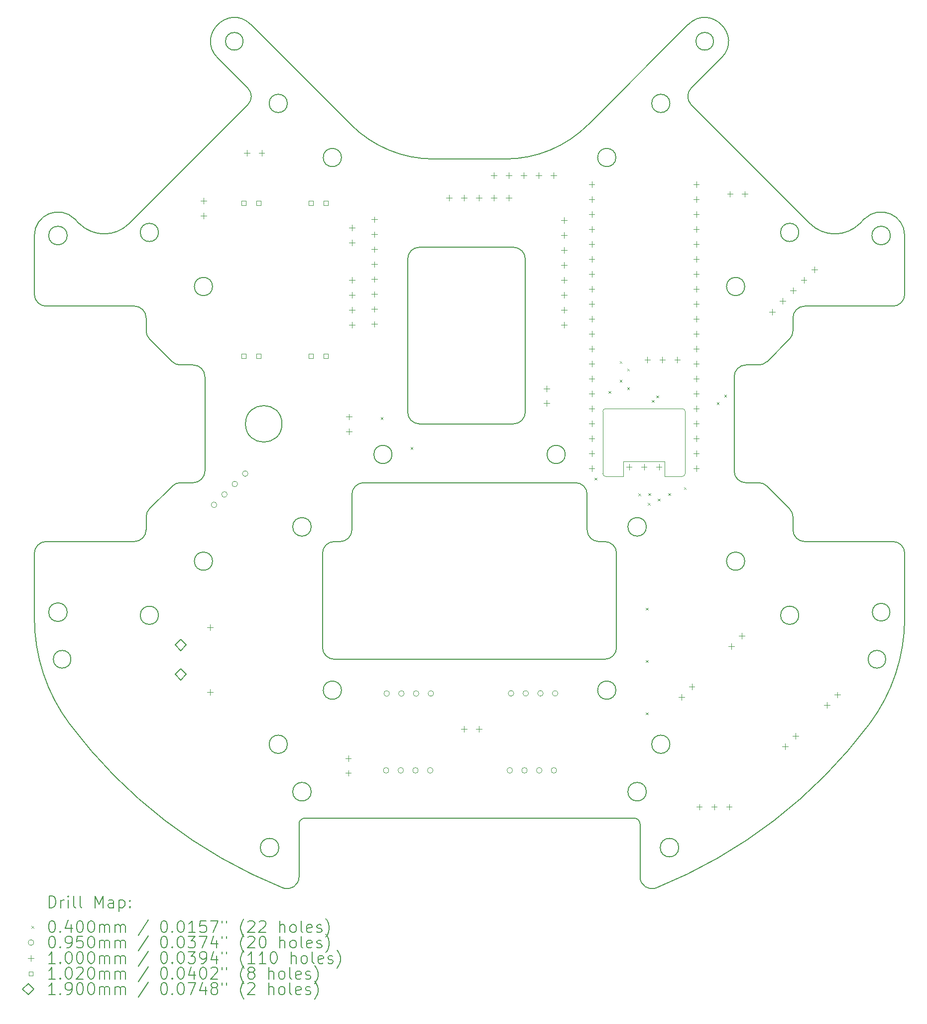
<source format=gbr>
%TF.GenerationSoftware,KiCad,Pcbnew,7.0.10*%
%TF.CreationDate,2024-01-30T15:14:12+08:00*%
%TF.ProjectId,top-rounded,746f702d-726f-4756-9e64-65642e6b6963,rev?*%
%TF.SameCoordinates,Original*%
%TF.FileFunction,Drillmap*%
%TF.FilePolarity,Positive*%
%FSLAX45Y45*%
G04 Gerber Fmt 4.5, Leading zero omitted, Abs format (unit mm)*
G04 Created by KiCad (PCBNEW 7.0.10) date 2024-01-30 15:14:12*
%MOMM*%
%LPD*%
G01*
G04 APERTURE LIST*
%ADD10C,0.200000*%
%ADD11C,0.100000*%
%ADD12C,0.102000*%
%ADD13C,0.190000*%
G04 APERTURE END LIST*
D10*
X15500000Y-11800000D02*
X15500000Y-11582843D01*
X4500000Y-11582843D02*
X4500000Y-11800000D01*
X4500000Y-8200000D02*
G75*
G03*
X4300000Y-8000000I-200000J0D01*
G01*
X6825301Y-17884877D02*
G75*
G03*
X7100000Y-17699351I74699J185527D01*
G01*
X13007500Y-16250000D02*
G75*
G03*
X12692500Y-16250000I-157500J0D01*
G01*
X12692500Y-16250000D02*
G75*
G03*
X13007500Y-16250000I157500J0D01*
G01*
X8947797Y-9800000D02*
X8947797Y-7200000D01*
X12900000Y-16800000D02*
G75*
G03*
X12800000Y-16700000I-100000J0D01*
G01*
X12000000Y-11200000D02*
G75*
G03*
X11800000Y-11000000I-200000J0D01*
G01*
X16717157Y-6517157D02*
X16637615Y-6596699D01*
X2800000Y-8000000D02*
X4300000Y-8000000D01*
X10747797Y-10000000D02*
X9147797Y-10000000D01*
X6902309Y-15444722D02*
G75*
G03*
X6592309Y-15444722I-155000J0D01*
G01*
X6592309Y-15444722D02*
G75*
G03*
X6902309Y-15444722I155000J0D01*
G01*
X7500000Y-13800000D02*
G75*
G03*
X7700000Y-14000000I200000J0D01*
G01*
X8000000Y-11800000D02*
X8000000Y-11200000D01*
X10747797Y-10000007D02*
G75*
G03*
X10947797Y-9800000I-7J200007D01*
G01*
X2600000Y-13300000D02*
G75*
G03*
X3200000Y-15100000I3000000J0D01*
G01*
X4710278Y-13252691D02*
G75*
G03*
X4400278Y-13252691I-155000J0D01*
G01*
X4400278Y-13252691D02*
G75*
G03*
X4710278Y-13252691I155000J0D01*
G01*
X10605888Y-5500002D02*
G75*
G03*
X12020101Y-4914214I-8J2000012D01*
G01*
X17078203Y-14000000D02*
G75*
G03*
X16778203Y-14000000I-150000J0D01*
G01*
X16778203Y-14000000D02*
G75*
G03*
X17078203Y-14000000I150000J0D01*
G01*
X11628000Y-10520000D02*
G75*
G03*
X11318000Y-10520000I-155000J0D01*
G01*
X11318000Y-10520000D02*
G75*
G03*
X11628000Y-10520000I155000J0D01*
G01*
X15599722Y-13252691D02*
G75*
G03*
X15289722Y-13252691I-155000J0D01*
G01*
X15289722Y-13252691D02*
G75*
G03*
X15599722Y-13252691I155000J0D01*
G01*
X13557500Y-17200000D02*
G75*
G03*
X13242500Y-17200000I-157500J0D01*
G01*
X13242500Y-17200000D02*
G75*
G03*
X13557500Y-17200000I157500J0D01*
G01*
X3362385Y-6596699D02*
G75*
G03*
X4210913Y-6596699I424264J424264D01*
G01*
X13770458Y-4295227D02*
X14282843Y-3782843D01*
X7500000Y-13800000D02*
X7500000Y-12200000D01*
X7821548Y-14525483D02*
G75*
G03*
X7511548Y-14525483I-155000J0D01*
G01*
X7511548Y-14525483D02*
G75*
G03*
X7821548Y-14525483I155000J0D01*
G01*
X12488452Y-5474517D02*
G75*
G03*
X12178452Y-5474517I-155000J0D01*
G01*
X12178452Y-5474517D02*
G75*
G03*
X12488452Y-5474517I155000J0D01*
G01*
X4941422Y-8941421D02*
G75*
G03*
X5082843Y-9000000I141418J141411D01*
G01*
X14282843Y-3782843D02*
G75*
G03*
X13717157Y-3217157I-282843J282843D01*
G01*
X14700000Y-9000000D02*
X14917157Y-9000000D01*
X3282843Y-6517157D02*
G75*
G03*
X2600000Y-6800000I-282843J-282843D01*
G01*
X6757500Y-17200000D02*
G75*
G03*
X6442500Y-17200000I-157500J0D01*
G01*
X6442500Y-17200000D02*
G75*
G03*
X6757500Y-17200000I157500J0D01*
G01*
X12900000Y-16800000D02*
X12900000Y-17699351D01*
X3221797Y-14000000D02*
G75*
G03*
X2921797Y-14000000I-150000J0D01*
G01*
X2921797Y-14000000D02*
G75*
G03*
X3221797Y-14000000I150000J0D01*
G01*
X13770459Y-4295229D02*
G75*
G03*
X13770458Y-4578070I141421J-141421D01*
G01*
X12000000Y-11200000D02*
X12000000Y-11800000D01*
X12500000Y-12200000D02*
G75*
G03*
X12300000Y-12000000I-200000J0D01*
G01*
X6902309Y-4555278D02*
G75*
G03*
X6592309Y-4555278I-155000J0D01*
G01*
X6592309Y-4555278D02*
G75*
G03*
X6902309Y-4555278I155000J0D01*
G01*
X15441421Y-11441421D02*
X15058579Y-11058579D01*
X5082843Y-10999998D02*
G75*
G03*
X4941421Y-11058579I7J-200012D01*
G01*
X12500000Y-12200000D02*
X12500000Y-13800000D01*
X7100000Y-17699351D02*
X7100000Y-16800000D01*
X15789087Y-6596699D02*
G75*
G03*
X16637615Y-6596699I424264J424264D01*
G01*
X15700000Y-8000000D02*
X17200000Y-8000000D01*
X13007500Y-11750000D02*
G75*
G03*
X12692500Y-11750000I-157500J0D01*
G01*
X12692500Y-11750000D02*
G75*
G03*
X13007500Y-11750000I157500J0D01*
G01*
X7700000Y-12000000D02*
G75*
G03*
X7500000Y-12200000I0J-200000D01*
G01*
X9147797Y-7000000D02*
X10747797Y-7000000D01*
X2800000Y-12000000D02*
G75*
G03*
X2600000Y-12200000I0J-200000D01*
G01*
X7200000Y-16700000D02*
G75*
G03*
X7100000Y-16800000I0J-100000D01*
G01*
X12200000Y-12000000D02*
X12300000Y-12000000D01*
X2600000Y-12200000D02*
X2600000Y-13300000D01*
X5300000Y-11000000D02*
X5082843Y-11000000D01*
X16800000Y-15100000D02*
G75*
G03*
X17400000Y-13300000I-2400000J1800000D01*
G01*
X12899999Y-17699351D02*
G75*
G03*
X13174699Y-17884877I200001J1D01*
G01*
X13717157Y-3217157D02*
X12020101Y-4914214D01*
X17400000Y-12200000D02*
G75*
G03*
X17200000Y-12000000I-200000J0D01*
G01*
X14680483Y-12333452D02*
G75*
G03*
X14370483Y-12333452I-155000J0D01*
G01*
X14370483Y-12333452D02*
G75*
G03*
X14680483Y-12333452I155000J0D01*
G01*
X3200000Y-15100000D02*
G75*
G03*
X6825301Y-17884877I6800000J5100000D01*
G01*
X13407691Y-4555278D02*
G75*
G03*
X13097691Y-4555278I-155000J0D01*
G01*
X13097691Y-4555278D02*
G75*
G03*
X13407691Y-4555278I155000J0D01*
G01*
X4300000Y-12000000D02*
X2800000Y-12000000D01*
X5300000Y-11000000D02*
G75*
G03*
X5500000Y-10800000I0J200000D01*
G01*
X14917157Y-9000002D02*
G75*
G03*
X15058579Y-8941421I-7J200012D01*
G01*
X7800000Y-12000000D02*
G75*
G03*
X8000000Y-11800000I0J200000D01*
G01*
X15700000Y-8000000D02*
G75*
G03*
X15500000Y-8200000I0J-200000D01*
G01*
X5500000Y-9200000D02*
X5500000Y-10800000D01*
X17200000Y-12000000D02*
X15700000Y-12000000D01*
X13174699Y-17884877D02*
G75*
G03*
X16800000Y-15100000I-3174699J7884877D01*
G01*
X3157500Y-6800000D02*
G75*
G03*
X2842500Y-6800000I-157500J0D01*
G01*
X2842500Y-6800000D02*
G75*
G03*
X3157500Y-6800000I157500J0D01*
G01*
X15441421Y-8558578D02*
G75*
G03*
X15500000Y-8417157I-141411J141418D01*
G01*
X3157500Y-13200000D02*
G75*
G03*
X2842500Y-13200000I-157500J0D01*
G01*
X2842500Y-13200000D02*
G75*
G03*
X3157500Y-13200000I157500J0D01*
G01*
X7307500Y-11750000D02*
G75*
G03*
X6992500Y-11750000I-157500J0D01*
G01*
X6992500Y-11750000D02*
G75*
G03*
X7307500Y-11750000I157500J0D01*
G01*
X15500002Y-11582843D02*
G75*
G03*
X15441421Y-11441421I-200012J-7D01*
G01*
X7307500Y-16250000D02*
G75*
G03*
X6992500Y-16250000I-157500J0D01*
G01*
X6992500Y-16250000D02*
G75*
G03*
X7307500Y-16250000I157500J0D01*
G01*
X4300000Y-12000000D02*
G75*
G03*
X4500000Y-11800000I0J200000D01*
G01*
X14150000Y-3500000D02*
G75*
G03*
X13850000Y-3500000I-150000J0D01*
G01*
X13850000Y-3500000D02*
G75*
G03*
X14150000Y-3500000I150000J0D01*
G01*
X12488452Y-14525483D02*
G75*
G03*
X12178452Y-14525483I-155000J0D01*
G01*
X12178452Y-14525483D02*
G75*
G03*
X12488452Y-14525483I155000J0D01*
G01*
X14700000Y-9000000D02*
G75*
G03*
X14500000Y-9200000I0J-200000D01*
G01*
X14680483Y-7666548D02*
G75*
G03*
X14370483Y-7666548I-155000J0D01*
G01*
X14370483Y-7666548D02*
G75*
G03*
X14680483Y-7666548I155000J0D01*
G01*
X14917157Y-11000000D02*
X14700000Y-11000000D01*
X15500000Y-8417157D02*
X15500000Y-8200000D01*
X2600000Y-6800000D02*
X2600000Y-7800000D01*
X14500000Y-10800000D02*
G75*
G03*
X14700000Y-11000000I200000J0D01*
G01*
X4941421Y-11058579D02*
X4558579Y-11441421D01*
X12300000Y-14000000D02*
X7700000Y-14000000D01*
X8200000Y-11000000D02*
G75*
G03*
X8000000Y-11200000I0J-200000D01*
G01*
X7979899Y-4914214D02*
X6282843Y-3217157D01*
X17157500Y-6800000D02*
G75*
G03*
X16842500Y-6800000I-157500J0D01*
G01*
X16842500Y-6800000D02*
G75*
G03*
X17157500Y-6800000I157500J0D01*
G01*
X7200000Y-16700000D02*
X12800000Y-16700000D01*
X8682000Y-10520000D02*
G75*
G03*
X8372000Y-10520000I-155000J0D01*
G01*
X8372000Y-10520000D02*
G75*
G03*
X8682000Y-10520000I155000J0D01*
G01*
X5717157Y-3782843D02*
X6229542Y-4295227D01*
X15058578Y-11058579D02*
G75*
G03*
X14917157Y-11000000I-141418J-141411D01*
G01*
X4558579Y-8558579D02*
X4941421Y-8941421D01*
X5082843Y-9000000D02*
X5300000Y-9000000D01*
X17200000Y-8000000D02*
G75*
G03*
X17400000Y-7800000I0J200000D01*
G01*
X15058579Y-8941421D02*
X15441421Y-8558579D01*
X10947790Y-7200000D02*
G75*
G03*
X10747797Y-7000000I-199990J10D01*
G01*
X6282843Y-3217157D02*
G75*
G03*
X5717157Y-3782843I-282843J-282843D01*
G01*
X17400000Y-7800000D02*
X17400000Y-6800000D01*
X7700000Y-12000000D02*
X7800000Y-12000000D01*
X4500000Y-8200000D02*
X4500000Y-8417157D01*
X15789087Y-6596699D02*
X13770458Y-4578070D01*
X4558579Y-11441422D02*
G75*
G03*
X4500000Y-11582843I141411J-141418D01*
G01*
X6150000Y-3500000D02*
G75*
G03*
X5850000Y-3500000I-150000J0D01*
G01*
X5850000Y-3500000D02*
G75*
G03*
X6150000Y-3500000I150000J0D01*
G01*
X15500000Y-11800000D02*
G75*
G03*
X15700000Y-12000000I200000J0D01*
G01*
X12000000Y-11800000D02*
G75*
G03*
X12200000Y-12000000I200000J0D01*
G01*
X12300000Y-14000000D02*
G75*
G03*
X12500000Y-13800000I0J200000D01*
G01*
X5629517Y-12333452D02*
G75*
G03*
X5319517Y-12333452I-155000J0D01*
G01*
X5319517Y-12333452D02*
G75*
G03*
X5629517Y-12333452I155000J0D01*
G01*
X6810000Y-10000000D02*
G75*
G03*
X6190000Y-10000000I-310000J0D01*
G01*
X6190000Y-10000000D02*
G75*
G03*
X6810000Y-10000000I310000J0D01*
G01*
X14500000Y-10800000D02*
X14500000Y-9200000D01*
X7979900Y-4914213D02*
G75*
G03*
X9394113Y-5500000I1414210J1414203D01*
G01*
X15599722Y-6747309D02*
G75*
G03*
X15289722Y-6747309I-155000J0D01*
G01*
X15289722Y-6747309D02*
G75*
G03*
X15599722Y-6747309I155000J0D01*
G01*
X5500000Y-9200000D02*
G75*
G03*
X5300000Y-9000000I-200000J0D01*
G01*
X10605888Y-5500000D02*
X9394113Y-5500000D01*
X10947797Y-7200000D02*
X10947797Y-9800000D01*
X8200000Y-11000000D02*
X11800000Y-11000000D01*
X6229542Y-4578070D02*
X4210913Y-6596699D01*
X4499998Y-8417157D02*
G75*
G03*
X4558579Y-8558579I200012J7D01*
G01*
X17150000Y-13200000D02*
G75*
G03*
X16850000Y-13200000I-150000J0D01*
G01*
X16850000Y-13200000D02*
G75*
G03*
X17150000Y-13200000I150000J0D01*
G01*
X3362385Y-6596699D02*
X3282843Y-6517157D01*
X2600000Y-7800000D02*
G75*
G03*
X2800000Y-8000000I200000J0D01*
G01*
X6229543Y-4578071D02*
G75*
G03*
X6229542Y-4295227I-141423J141421D01*
G01*
X17400000Y-6800000D02*
G75*
G03*
X16717157Y-6517157I-400000J0D01*
G01*
X4710278Y-6747309D02*
G75*
G03*
X4400278Y-6747309I-155000J0D01*
G01*
X4400278Y-6747309D02*
G75*
G03*
X4710278Y-6747309I155000J0D01*
G01*
X13407691Y-15444722D02*
G75*
G03*
X13097691Y-15444722I-155000J0D01*
G01*
X13097691Y-15444722D02*
G75*
G03*
X13407691Y-15444722I155000J0D01*
G01*
X5629517Y-7666548D02*
G75*
G03*
X5319517Y-7666548I-155000J0D01*
G01*
X5319517Y-7666548D02*
G75*
G03*
X5629517Y-7666548I155000J0D01*
G01*
X7821548Y-5474517D02*
G75*
G03*
X7511548Y-5474517I-155000J0D01*
G01*
X7511548Y-5474517D02*
G75*
G03*
X7821548Y-5474517I155000J0D01*
G01*
X8947790Y-9800000D02*
G75*
G03*
X9147797Y-10000000I200010J10D01*
G01*
X9147797Y-7000006D02*
G75*
G03*
X8947797Y-7200000I-7J-199994D01*
G01*
X17400000Y-13300000D02*
X17400000Y-12200000D01*
D11*
X12266700Y-9790900D02*
X12266700Y-10103900D01*
X12266700Y-10843900D02*
X12266700Y-10103900D01*
X12316700Y-9740900D02*
X13616700Y-9740900D01*
X12316700Y-10893900D02*
X12616700Y-10893900D01*
X12616700Y-10893900D02*
X12616700Y-10639900D01*
X13316700Y-10639900D02*
X12616700Y-10639900D01*
X13316700Y-10893900D02*
X13316700Y-10639900D01*
X13616700Y-10893900D02*
X13316700Y-10893900D01*
X13666700Y-9790900D02*
X13666700Y-10103900D01*
X13666700Y-10103900D02*
X13666700Y-10843900D01*
X12316700Y-9740900D02*
G75*
G03*
X12266700Y-9790900I0J-50000D01*
G01*
X12266700Y-10843900D02*
G75*
G03*
X12316700Y-10893900I50000J0D01*
G01*
X13666700Y-9790900D02*
G75*
G03*
X13616700Y-9740900I-50000J0D01*
G01*
X13616700Y-10893900D02*
G75*
G03*
X13666700Y-10843900I0J50000D01*
G01*
D10*
D11*
X8489000Y-9886000D02*
X8529000Y-9926000D01*
X8529000Y-9886000D02*
X8489000Y-9926000D01*
X8997000Y-10394000D02*
X9037000Y-10434000D01*
X9037000Y-10394000D02*
X8997000Y-10434000D01*
X12124900Y-10914700D02*
X12164900Y-10954700D01*
X12164900Y-10914700D02*
X12124900Y-10954700D01*
X12362500Y-9441500D02*
X12402500Y-9481500D01*
X12402500Y-9441500D02*
X12362500Y-9481500D01*
X12553000Y-8933500D02*
X12593000Y-8973500D01*
X12593000Y-8933500D02*
X12553000Y-8973500D01*
X12553000Y-9251000D02*
X12593000Y-9291000D01*
X12593000Y-9251000D02*
X12553000Y-9291000D01*
X12680000Y-9060500D02*
X12720000Y-9100500D01*
X12720000Y-9060500D02*
X12680000Y-9100500D01*
X12680000Y-9378000D02*
X12720000Y-9418000D01*
X12720000Y-9378000D02*
X12680000Y-9418000D01*
X12870500Y-11181400D02*
X12910500Y-11221400D01*
X12910500Y-11181400D02*
X12870500Y-11221400D01*
X12997500Y-13124500D02*
X13037500Y-13164500D01*
X13037500Y-13124500D02*
X12997500Y-13164500D01*
X12997500Y-14013500D02*
X13037500Y-14053500D01*
X13037500Y-14013500D02*
X12997500Y-14053500D01*
X12997500Y-14013500D02*
X13037500Y-14053500D01*
X13037500Y-14013500D02*
X12997500Y-14053500D01*
X12997500Y-14902500D02*
X13037500Y-14942500D01*
X13037500Y-14902500D02*
X12997500Y-14942500D01*
X13029250Y-11342800D02*
X13069250Y-11382800D01*
X13069250Y-11342800D02*
X13029250Y-11382800D01*
X13040100Y-11176900D02*
X13080100Y-11216900D01*
X13080100Y-11176900D02*
X13040100Y-11216900D01*
X13099100Y-9593900D02*
X13139100Y-9633900D01*
X13139100Y-9593900D02*
X13099100Y-9633900D01*
X13175300Y-9517700D02*
X13215300Y-9557700D01*
X13215300Y-9517700D02*
X13175300Y-9557700D01*
X13200700Y-11270300D02*
X13240700Y-11310300D01*
X13240700Y-11270300D02*
X13200700Y-11310300D01*
X13378500Y-11176900D02*
X13418500Y-11216900D01*
X13418500Y-11176900D02*
X13378500Y-11216900D01*
X13645200Y-11076100D02*
X13685200Y-11116100D01*
X13685200Y-11076100D02*
X13645200Y-11116100D01*
X14204000Y-9632000D02*
X14244000Y-9672000D01*
X14244000Y-9632000D02*
X14204000Y-9672000D01*
X14331000Y-9505000D02*
X14371000Y-9545000D01*
X14371000Y-9505000D02*
X14331000Y-9545000D01*
X5702070Y-11376130D02*
G75*
G03*
X5607070Y-11376130I-47500J0D01*
G01*
X5607070Y-11376130D02*
G75*
G03*
X5702070Y-11376130I47500J0D01*
G01*
X5878847Y-11199353D02*
G75*
G03*
X5783847Y-11199353I-47500J0D01*
G01*
X5783847Y-11199353D02*
G75*
G03*
X5878847Y-11199353I47500J0D01*
G01*
X6055623Y-11022577D02*
G75*
G03*
X5960623Y-11022577I-47500J0D01*
G01*
X5960623Y-11022577D02*
G75*
G03*
X6055623Y-11022577I47500J0D01*
G01*
X6232400Y-10845800D02*
G75*
G03*
X6137400Y-10845800I-47500J0D01*
G01*
X6137400Y-10845800D02*
G75*
G03*
X6232400Y-10845800I47500J0D01*
G01*
X8628000Y-15887700D02*
G75*
G03*
X8533000Y-15887700I-47500J0D01*
G01*
X8533000Y-15887700D02*
G75*
G03*
X8628000Y-15887700I47500J0D01*
G01*
X8638700Y-14581300D02*
G75*
G03*
X8543700Y-14581300I-47500J0D01*
G01*
X8543700Y-14581300D02*
G75*
G03*
X8638700Y-14581300I47500J0D01*
G01*
X8878000Y-15887700D02*
G75*
G03*
X8783000Y-15887700I-47500J0D01*
G01*
X8783000Y-15887700D02*
G75*
G03*
X8878000Y-15887700I47500J0D01*
G01*
X8888700Y-14581300D02*
G75*
G03*
X8793700Y-14581300I-47500J0D01*
G01*
X8793700Y-14581300D02*
G75*
G03*
X8888700Y-14581300I47500J0D01*
G01*
X9128000Y-15887700D02*
G75*
G03*
X9033000Y-15887700I-47500J0D01*
G01*
X9033000Y-15887700D02*
G75*
G03*
X9128000Y-15887700I47500J0D01*
G01*
X9138700Y-14581300D02*
G75*
G03*
X9043700Y-14581300I-47500J0D01*
G01*
X9043700Y-14581300D02*
G75*
G03*
X9138700Y-14581300I47500J0D01*
G01*
X9378000Y-15887700D02*
G75*
G03*
X9283000Y-15887700I-47500J0D01*
G01*
X9283000Y-15887700D02*
G75*
G03*
X9378000Y-15887700I47500J0D01*
G01*
X9388700Y-14581300D02*
G75*
G03*
X9293700Y-14581300I-47500J0D01*
G01*
X9293700Y-14581300D02*
G75*
G03*
X9388700Y-14581300I47500J0D01*
G01*
X10732200Y-15887700D02*
G75*
G03*
X10637200Y-15887700I-47500J0D01*
G01*
X10637200Y-15887700D02*
G75*
G03*
X10732200Y-15887700I47500J0D01*
G01*
X10752900Y-14579600D02*
G75*
G03*
X10657900Y-14579600I-47500J0D01*
G01*
X10657900Y-14579600D02*
G75*
G03*
X10752900Y-14579600I47500J0D01*
G01*
X10982200Y-15887700D02*
G75*
G03*
X10887200Y-15887700I-47500J0D01*
G01*
X10887200Y-15887700D02*
G75*
G03*
X10982200Y-15887700I47500J0D01*
G01*
X11002900Y-14579600D02*
G75*
G03*
X10907900Y-14579600I-47500J0D01*
G01*
X10907900Y-14579600D02*
G75*
G03*
X11002900Y-14579600I47500J0D01*
G01*
X11232200Y-15887700D02*
G75*
G03*
X11137200Y-15887700I-47500J0D01*
G01*
X11137200Y-15887700D02*
G75*
G03*
X11232200Y-15887700I47500J0D01*
G01*
X11252900Y-14579600D02*
G75*
G03*
X11157900Y-14579600I-47500J0D01*
G01*
X11157900Y-14579600D02*
G75*
G03*
X11252900Y-14579600I47500J0D01*
G01*
X11482200Y-15887700D02*
G75*
G03*
X11387200Y-15887700I-47500J0D01*
G01*
X11387200Y-15887700D02*
G75*
G03*
X11482200Y-15887700I47500J0D01*
G01*
X11502900Y-14579600D02*
G75*
G03*
X11407900Y-14579600I-47500J0D01*
G01*
X11407900Y-14579600D02*
G75*
G03*
X11502900Y-14579600I47500J0D01*
G01*
X5475400Y-6162300D02*
X5475400Y-6262300D01*
X5425400Y-6212300D02*
X5525400Y-6212300D01*
X5475400Y-6412300D02*
X5475400Y-6512300D01*
X5425400Y-6462300D02*
X5525400Y-6462300D01*
X5587300Y-13408100D02*
X5587300Y-13508100D01*
X5537300Y-13458100D02*
X5637300Y-13458100D01*
X5587300Y-14508100D02*
X5587300Y-14608100D01*
X5537300Y-14558100D02*
X5637300Y-14558100D01*
X6214300Y-5347500D02*
X6214300Y-5447500D01*
X6164300Y-5397500D02*
X6264300Y-5397500D01*
X6464300Y-5347500D02*
X6464300Y-5447500D01*
X6414300Y-5397500D02*
X6514300Y-5397500D01*
X7937500Y-15634500D02*
X7937500Y-15734500D01*
X7887500Y-15684500D02*
X7987500Y-15684500D01*
X7937500Y-15884500D02*
X7937500Y-15984500D01*
X7887500Y-15934500D02*
X7987500Y-15934500D01*
X7950200Y-9830600D02*
X7950200Y-9930600D01*
X7900200Y-9880600D02*
X8000200Y-9880600D01*
X7950200Y-10080600D02*
X7950200Y-10180600D01*
X7900200Y-10130600D02*
X8000200Y-10130600D01*
X8001000Y-6617500D02*
X8001000Y-6717500D01*
X7951000Y-6667500D02*
X8051000Y-6667500D01*
X8001000Y-6871500D02*
X8001000Y-6971500D01*
X7951000Y-6921500D02*
X8051000Y-6921500D01*
X8001000Y-7506500D02*
X8001000Y-7606500D01*
X7951000Y-7556500D02*
X8051000Y-7556500D01*
X8001000Y-7760500D02*
X8001000Y-7860500D01*
X7951000Y-7810500D02*
X8051000Y-7810500D01*
X8001000Y-8014500D02*
X8001000Y-8114500D01*
X7951000Y-8064500D02*
X8051000Y-8064500D01*
X8001000Y-8268500D02*
X8001000Y-8368500D01*
X7951000Y-8318500D02*
X8051000Y-8318500D01*
X8382000Y-6477800D02*
X8382000Y-6577800D01*
X8332000Y-6527800D02*
X8432000Y-6527800D01*
X8382000Y-6731800D02*
X8382000Y-6831800D01*
X8332000Y-6781800D02*
X8432000Y-6781800D01*
X8382000Y-6985800D02*
X8382000Y-7085800D01*
X8332000Y-7035800D02*
X8432000Y-7035800D01*
X8382000Y-7239800D02*
X8382000Y-7339800D01*
X8332000Y-7289800D02*
X8432000Y-7289800D01*
X8382000Y-7493800D02*
X8382000Y-7593800D01*
X8332000Y-7543800D02*
X8432000Y-7543800D01*
X8382000Y-7747800D02*
X8382000Y-7847800D01*
X8332000Y-7797800D02*
X8432000Y-7797800D01*
X8382000Y-8001800D02*
X8382000Y-8101800D01*
X8332000Y-8051800D02*
X8432000Y-8051800D01*
X8382000Y-8255800D02*
X8382000Y-8355800D01*
X8332000Y-8305800D02*
X8432000Y-8305800D01*
X9652000Y-6109500D02*
X9652000Y-6209500D01*
X9602000Y-6159500D02*
X9702000Y-6159500D01*
X9906000Y-6109500D02*
X9906000Y-6209500D01*
X9856000Y-6159500D02*
X9956000Y-6159500D01*
X9908000Y-15137500D02*
X9908000Y-15237500D01*
X9858000Y-15187500D02*
X9958000Y-15187500D01*
X10158000Y-15137500D02*
X10158000Y-15237500D01*
X10108000Y-15187500D02*
X10208000Y-15187500D01*
X10160000Y-6109500D02*
X10160000Y-6209500D01*
X10110000Y-6159500D02*
X10210000Y-6159500D01*
X10414000Y-5728500D02*
X10414000Y-5828500D01*
X10364000Y-5778500D02*
X10464000Y-5778500D01*
X10414000Y-6109500D02*
X10414000Y-6209500D01*
X10364000Y-6159500D02*
X10464000Y-6159500D01*
X10668000Y-5728500D02*
X10668000Y-5828500D01*
X10618000Y-5778500D02*
X10718000Y-5778500D01*
X10668000Y-6109500D02*
X10668000Y-6209500D01*
X10618000Y-6159500D02*
X10718000Y-6159500D01*
X10922000Y-5728500D02*
X10922000Y-5828500D01*
X10872000Y-5778500D02*
X10972000Y-5778500D01*
X11176000Y-5728500D02*
X11176000Y-5828500D01*
X11126000Y-5778500D02*
X11226000Y-5778500D01*
X11314000Y-9350000D02*
X11314000Y-9450000D01*
X11264000Y-9400000D02*
X11364000Y-9400000D01*
X11314000Y-9600000D02*
X11314000Y-9700000D01*
X11264000Y-9650000D02*
X11364000Y-9650000D01*
X11430000Y-5728500D02*
X11430000Y-5828500D01*
X11380000Y-5778500D02*
X11480000Y-5778500D01*
X11607800Y-6490500D02*
X11607800Y-6590500D01*
X11557800Y-6540500D02*
X11657800Y-6540500D01*
X11607800Y-6744500D02*
X11607800Y-6844500D01*
X11557800Y-6794500D02*
X11657800Y-6794500D01*
X11607800Y-6998500D02*
X11607800Y-7098500D01*
X11557800Y-7048500D02*
X11657800Y-7048500D01*
X11607800Y-7252500D02*
X11607800Y-7352500D01*
X11557800Y-7302500D02*
X11657800Y-7302500D01*
X11607800Y-7506500D02*
X11607800Y-7606500D01*
X11557800Y-7556500D02*
X11657800Y-7556500D01*
X11607800Y-7760500D02*
X11607800Y-7860500D01*
X11557800Y-7810500D02*
X11657800Y-7810500D01*
X11607800Y-8014500D02*
X11607800Y-8114500D01*
X11557800Y-8064500D02*
X11657800Y-8064500D01*
X11607800Y-8268500D02*
X11607800Y-8368500D01*
X11557800Y-8318500D02*
X11657800Y-8318500D01*
X12077700Y-5880900D02*
X12077700Y-5980900D01*
X12027700Y-5930900D02*
X12127700Y-5930900D01*
X12077700Y-6134900D02*
X12077700Y-6234900D01*
X12027700Y-6184900D02*
X12127700Y-6184900D01*
X12077700Y-6388900D02*
X12077700Y-6488900D01*
X12027700Y-6438900D02*
X12127700Y-6438900D01*
X12077700Y-6642900D02*
X12077700Y-6742900D01*
X12027700Y-6692900D02*
X12127700Y-6692900D01*
X12077700Y-6896900D02*
X12077700Y-6996900D01*
X12027700Y-6946900D02*
X12127700Y-6946900D01*
X12077700Y-7150900D02*
X12077700Y-7250900D01*
X12027700Y-7200900D02*
X12127700Y-7200900D01*
X12077700Y-7404900D02*
X12077700Y-7504900D01*
X12027700Y-7454900D02*
X12127700Y-7454900D01*
X12077700Y-7658900D02*
X12077700Y-7758900D01*
X12027700Y-7708900D02*
X12127700Y-7708900D01*
X12077700Y-7912900D02*
X12077700Y-8012900D01*
X12027700Y-7962900D02*
X12127700Y-7962900D01*
X12077700Y-8166900D02*
X12077700Y-8266900D01*
X12027700Y-8216900D02*
X12127700Y-8216900D01*
X12077700Y-8420900D02*
X12077700Y-8520900D01*
X12027700Y-8470900D02*
X12127700Y-8470900D01*
X12077700Y-8674900D02*
X12077700Y-8774900D01*
X12027700Y-8724900D02*
X12127700Y-8724900D01*
X12077700Y-8928900D02*
X12077700Y-9028900D01*
X12027700Y-8978900D02*
X12127700Y-8978900D01*
X12077700Y-9182900D02*
X12077700Y-9282900D01*
X12027700Y-9232900D02*
X12127700Y-9232900D01*
X12077700Y-9436900D02*
X12077700Y-9536900D01*
X12027700Y-9486900D02*
X12127700Y-9486900D01*
X12077700Y-9690900D02*
X12077700Y-9790900D01*
X12027700Y-9740900D02*
X12127700Y-9740900D01*
X12077700Y-9944900D02*
X12077700Y-10044900D01*
X12027700Y-9994900D02*
X12127700Y-9994900D01*
X12077700Y-10198900D02*
X12077700Y-10298900D01*
X12027700Y-10248900D02*
X12127700Y-10248900D01*
X12077700Y-10452900D02*
X12077700Y-10552900D01*
X12027700Y-10502900D02*
X12127700Y-10502900D01*
X12077700Y-10706900D02*
X12077700Y-10806900D01*
X12027700Y-10756900D02*
X12127700Y-10756900D01*
X12712700Y-10683900D02*
X12712700Y-10783900D01*
X12662700Y-10733900D02*
X12762700Y-10733900D01*
X12966700Y-10683900D02*
X12966700Y-10783900D01*
X12916700Y-10733900D02*
X13016700Y-10733900D01*
X13025120Y-8863900D02*
X13025120Y-8963900D01*
X12975120Y-8913900D02*
X13075120Y-8913900D01*
X13220700Y-10683900D02*
X13220700Y-10783900D01*
X13170700Y-10733900D02*
X13270700Y-10733900D01*
X13279120Y-8863900D02*
X13279120Y-8963900D01*
X13229120Y-8913900D02*
X13329120Y-8913900D01*
X13533120Y-8863900D02*
X13533120Y-8963900D01*
X13483120Y-8913900D02*
X13583120Y-8913900D01*
X13602723Y-14592077D02*
X13602723Y-14692077D01*
X13552723Y-14642077D02*
X13652723Y-14642077D01*
X13779500Y-14415300D02*
X13779500Y-14515300D01*
X13729500Y-14465300D02*
X13829500Y-14465300D01*
X13855700Y-5880900D02*
X13855700Y-5980900D01*
X13805700Y-5930900D02*
X13905700Y-5930900D01*
X13855700Y-6134900D02*
X13855700Y-6234900D01*
X13805700Y-6184900D02*
X13905700Y-6184900D01*
X13855700Y-6388900D02*
X13855700Y-6488900D01*
X13805700Y-6438900D02*
X13905700Y-6438900D01*
X13855700Y-6642900D02*
X13855700Y-6742900D01*
X13805700Y-6692900D02*
X13905700Y-6692900D01*
X13855700Y-6896900D02*
X13855700Y-6996900D01*
X13805700Y-6946900D02*
X13905700Y-6946900D01*
X13855700Y-7150900D02*
X13855700Y-7250900D01*
X13805700Y-7200900D02*
X13905700Y-7200900D01*
X13855700Y-7404900D02*
X13855700Y-7504900D01*
X13805700Y-7454900D02*
X13905700Y-7454900D01*
X13855700Y-7658900D02*
X13855700Y-7758900D01*
X13805700Y-7708900D02*
X13905700Y-7708900D01*
X13855700Y-7912900D02*
X13855700Y-8012900D01*
X13805700Y-7962900D02*
X13905700Y-7962900D01*
X13855700Y-8166900D02*
X13855700Y-8266900D01*
X13805700Y-8216900D02*
X13905700Y-8216900D01*
X13855700Y-8420900D02*
X13855700Y-8520900D01*
X13805700Y-8470900D02*
X13905700Y-8470900D01*
X13855700Y-8674900D02*
X13855700Y-8774900D01*
X13805700Y-8724900D02*
X13905700Y-8724900D01*
X13855700Y-8928900D02*
X13855700Y-9028900D01*
X13805700Y-8978900D02*
X13905700Y-8978900D01*
X13855700Y-9182900D02*
X13855700Y-9282900D01*
X13805700Y-9232900D02*
X13905700Y-9232900D01*
X13855700Y-9436900D02*
X13855700Y-9536900D01*
X13805700Y-9486900D02*
X13905700Y-9486900D01*
X13855700Y-9690900D02*
X13855700Y-9790900D01*
X13805700Y-9740900D02*
X13905700Y-9740900D01*
X13855700Y-9944900D02*
X13855700Y-10044900D01*
X13805700Y-9994900D02*
X13905700Y-9994900D01*
X13855700Y-10198900D02*
X13855700Y-10298900D01*
X13805700Y-10248900D02*
X13905700Y-10248900D01*
X13855700Y-10452900D02*
X13855700Y-10552900D01*
X13805700Y-10502900D02*
X13905700Y-10502900D01*
X13855700Y-10706900D02*
X13855700Y-10806900D01*
X13805700Y-10756900D02*
X13905700Y-10756900D01*
X13906500Y-16460000D02*
X13906500Y-16560000D01*
X13856500Y-16510000D02*
X13956500Y-16510000D01*
X14160500Y-16460000D02*
X14160500Y-16560000D01*
X14110500Y-16510000D02*
X14210500Y-16510000D01*
X14414500Y-16460000D02*
X14414500Y-16560000D01*
X14364500Y-16510000D02*
X14464500Y-16510000D01*
X14431200Y-6046000D02*
X14431200Y-6146000D01*
X14381200Y-6096000D02*
X14481200Y-6096000D01*
X14453623Y-13728477D02*
X14453623Y-13828477D01*
X14403623Y-13778477D02*
X14503623Y-13778477D01*
X14630400Y-13551700D02*
X14630400Y-13651700D01*
X14580400Y-13601700D02*
X14680400Y-13601700D01*
X14681200Y-6046000D02*
X14681200Y-6146000D01*
X14631200Y-6096000D02*
X14731200Y-6096000D01*
X15145685Y-8045315D02*
X15145685Y-8145315D01*
X15095685Y-8095315D02*
X15195685Y-8095315D01*
X15325290Y-7865710D02*
X15325290Y-7965710D01*
X15275290Y-7915710D02*
X15375290Y-7915710D01*
X15368489Y-15431765D02*
X15368489Y-15531765D01*
X15318489Y-15481765D02*
X15418489Y-15481765D01*
X15504895Y-7686105D02*
X15504895Y-7786105D01*
X15454895Y-7736105D02*
X15554895Y-7736105D01*
X15545265Y-15254989D02*
X15545265Y-15354989D01*
X15495265Y-15304989D02*
X15595265Y-15304989D01*
X15684500Y-7506500D02*
X15684500Y-7606500D01*
X15634500Y-7556500D02*
X15734500Y-7556500D01*
X15864105Y-7326895D02*
X15864105Y-7426895D01*
X15814105Y-7376895D02*
X15914105Y-7376895D01*
X16079223Y-14731777D02*
X16079223Y-14831777D01*
X16029223Y-14781777D02*
X16129223Y-14781777D01*
X16256000Y-14555000D02*
X16256000Y-14655000D01*
X16206000Y-14605000D02*
X16306000Y-14605000D01*
D12*
X6197590Y-6285634D02*
X6197590Y-6213508D01*
X6125464Y-6213508D01*
X6125464Y-6285634D01*
X6197590Y-6285634D01*
X6197590Y-8885634D02*
X6197590Y-8813508D01*
X6125464Y-8813508D01*
X6125464Y-8885634D01*
X6197590Y-8885634D01*
X6451590Y-6285634D02*
X6451590Y-6213508D01*
X6379464Y-6213508D01*
X6379464Y-6285634D01*
X6451590Y-6285634D01*
X6451590Y-8885634D02*
X6451590Y-8813508D01*
X6379464Y-8813508D01*
X6379464Y-8885634D01*
X6451590Y-8885634D01*
X7340590Y-6285634D02*
X7340590Y-6213508D01*
X7268464Y-6213508D01*
X7268464Y-6285634D01*
X7340590Y-6285634D01*
X7340590Y-8885634D02*
X7340590Y-8813508D01*
X7268464Y-8813508D01*
X7268464Y-8885634D01*
X7340590Y-8885634D01*
X7594590Y-6285634D02*
X7594590Y-6213508D01*
X7522464Y-6213508D01*
X7522464Y-6285634D01*
X7594590Y-6285634D01*
X7594590Y-8885634D02*
X7594590Y-8813508D01*
X7522464Y-8813508D01*
X7522464Y-8885634D01*
X7594590Y-8885634D01*
D13*
X5087300Y-13853100D02*
X5182300Y-13758100D01*
X5087300Y-13663100D01*
X4992300Y-13758100D01*
X5087300Y-13853100D01*
X5087300Y-14353100D02*
X5182300Y-14258100D01*
X5087300Y-14163100D01*
X4992300Y-14258100D01*
X5087300Y-14353100D01*
D10*
X2850777Y-18220834D02*
X2850777Y-18020834D01*
X2850777Y-18020834D02*
X2898396Y-18020834D01*
X2898396Y-18020834D02*
X2926967Y-18030358D01*
X2926967Y-18030358D02*
X2946015Y-18049406D01*
X2946015Y-18049406D02*
X2955539Y-18068453D01*
X2955539Y-18068453D02*
X2965062Y-18106549D01*
X2965062Y-18106549D02*
X2965062Y-18135120D01*
X2965062Y-18135120D02*
X2955539Y-18173215D01*
X2955539Y-18173215D02*
X2946015Y-18192263D01*
X2946015Y-18192263D02*
X2926967Y-18211311D01*
X2926967Y-18211311D02*
X2898396Y-18220834D01*
X2898396Y-18220834D02*
X2850777Y-18220834D01*
X3050777Y-18220834D02*
X3050777Y-18087501D01*
X3050777Y-18125596D02*
X3060301Y-18106549D01*
X3060301Y-18106549D02*
X3069824Y-18097025D01*
X3069824Y-18097025D02*
X3088872Y-18087501D01*
X3088872Y-18087501D02*
X3107920Y-18087501D01*
X3174586Y-18220834D02*
X3174586Y-18087501D01*
X3174586Y-18020834D02*
X3165062Y-18030358D01*
X3165062Y-18030358D02*
X3174586Y-18039882D01*
X3174586Y-18039882D02*
X3184110Y-18030358D01*
X3184110Y-18030358D02*
X3174586Y-18020834D01*
X3174586Y-18020834D02*
X3174586Y-18039882D01*
X3298396Y-18220834D02*
X3279348Y-18211311D01*
X3279348Y-18211311D02*
X3269824Y-18192263D01*
X3269824Y-18192263D02*
X3269824Y-18020834D01*
X3403158Y-18220834D02*
X3384110Y-18211311D01*
X3384110Y-18211311D02*
X3374586Y-18192263D01*
X3374586Y-18192263D02*
X3374586Y-18020834D01*
X3631729Y-18220834D02*
X3631729Y-18020834D01*
X3631729Y-18020834D02*
X3698396Y-18163691D01*
X3698396Y-18163691D02*
X3765062Y-18020834D01*
X3765062Y-18020834D02*
X3765062Y-18220834D01*
X3946015Y-18220834D02*
X3946015Y-18116072D01*
X3946015Y-18116072D02*
X3936491Y-18097025D01*
X3936491Y-18097025D02*
X3917443Y-18087501D01*
X3917443Y-18087501D02*
X3879348Y-18087501D01*
X3879348Y-18087501D02*
X3860301Y-18097025D01*
X3946015Y-18211311D02*
X3926967Y-18220834D01*
X3926967Y-18220834D02*
X3879348Y-18220834D01*
X3879348Y-18220834D02*
X3860301Y-18211311D01*
X3860301Y-18211311D02*
X3850777Y-18192263D01*
X3850777Y-18192263D02*
X3850777Y-18173215D01*
X3850777Y-18173215D02*
X3860301Y-18154168D01*
X3860301Y-18154168D02*
X3879348Y-18144644D01*
X3879348Y-18144644D02*
X3926967Y-18144644D01*
X3926967Y-18144644D02*
X3946015Y-18135120D01*
X4041253Y-18087501D02*
X4041253Y-18287501D01*
X4041253Y-18097025D02*
X4060301Y-18087501D01*
X4060301Y-18087501D02*
X4098396Y-18087501D01*
X4098396Y-18087501D02*
X4117443Y-18097025D01*
X4117443Y-18097025D02*
X4126967Y-18106549D01*
X4126967Y-18106549D02*
X4136491Y-18125596D01*
X4136491Y-18125596D02*
X4136491Y-18182739D01*
X4136491Y-18182739D02*
X4126967Y-18201787D01*
X4126967Y-18201787D02*
X4117443Y-18211311D01*
X4117443Y-18211311D02*
X4098396Y-18220834D01*
X4098396Y-18220834D02*
X4060301Y-18220834D01*
X4060301Y-18220834D02*
X4041253Y-18211311D01*
X4222205Y-18201787D02*
X4231729Y-18211311D01*
X4231729Y-18211311D02*
X4222205Y-18220834D01*
X4222205Y-18220834D02*
X4212682Y-18211311D01*
X4212682Y-18211311D02*
X4222205Y-18201787D01*
X4222205Y-18201787D02*
X4222205Y-18220834D01*
X4222205Y-18097025D02*
X4231729Y-18106549D01*
X4231729Y-18106549D02*
X4222205Y-18116072D01*
X4222205Y-18116072D02*
X4212682Y-18106549D01*
X4212682Y-18106549D02*
X4222205Y-18097025D01*
X4222205Y-18097025D02*
X4222205Y-18116072D01*
D11*
X2550000Y-18529351D02*
X2590000Y-18569351D01*
X2590000Y-18529351D02*
X2550000Y-18569351D01*
D10*
X2888872Y-18440834D02*
X2907920Y-18440834D01*
X2907920Y-18440834D02*
X2926967Y-18450358D01*
X2926967Y-18450358D02*
X2936491Y-18459882D01*
X2936491Y-18459882D02*
X2946015Y-18478930D01*
X2946015Y-18478930D02*
X2955539Y-18517025D01*
X2955539Y-18517025D02*
X2955539Y-18564644D01*
X2955539Y-18564644D02*
X2946015Y-18602739D01*
X2946015Y-18602739D02*
X2936491Y-18621787D01*
X2936491Y-18621787D02*
X2926967Y-18631311D01*
X2926967Y-18631311D02*
X2907920Y-18640834D01*
X2907920Y-18640834D02*
X2888872Y-18640834D01*
X2888872Y-18640834D02*
X2869824Y-18631311D01*
X2869824Y-18631311D02*
X2860301Y-18621787D01*
X2860301Y-18621787D02*
X2850777Y-18602739D01*
X2850777Y-18602739D02*
X2841253Y-18564644D01*
X2841253Y-18564644D02*
X2841253Y-18517025D01*
X2841253Y-18517025D02*
X2850777Y-18478930D01*
X2850777Y-18478930D02*
X2860301Y-18459882D01*
X2860301Y-18459882D02*
X2869824Y-18450358D01*
X2869824Y-18450358D02*
X2888872Y-18440834D01*
X3041253Y-18621787D02*
X3050777Y-18631311D01*
X3050777Y-18631311D02*
X3041253Y-18640834D01*
X3041253Y-18640834D02*
X3031729Y-18631311D01*
X3031729Y-18631311D02*
X3041253Y-18621787D01*
X3041253Y-18621787D02*
X3041253Y-18640834D01*
X3222205Y-18507501D02*
X3222205Y-18640834D01*
X3174586Y-18431311D02*
X3126967Y-18574168D01*
X3126967Y-18574168D02*
X3250777Y-18574168D01*
X3365062Y-18440834D02*
X3384110Y-18440834D01*
X3384110Y-18440834D02*
X3403158Y-18450358D01*
X3403158Y-18450358D02*
X3412682Y-18459882D01*
X3412682Y-18459882D02*
X3422205Y-18478930D01*
X3422205Y-18478930D02*
X3431729Y-18517025D01*
X3431729Y-18517025D02*
X3431729Y-18564644D01*
X3431729Y-18564644D02*
X3422205Y-18602739D01*
X3422205Y-18602739D02*
X3412682Y-18621787D01*
X3412682Y-18621787D02*
X3403158Y-18631311D01*
X3403158Y-18631311D02*
X3384110Y-18640834D01*
X3384110Y-18640834D02*
X3365062Y-18640834D01*
X3365062Y-18640834D02*
X3346015Y-18631311D01*
X3346015Y-18631311D02*
X3336491Y-18621787D01*
X3336491Y-18621787D02*
X3326967Y-18602739D01*
X3326967Y-18602739D02*
X3317443Y-18564644D01*
X3317443Y-18564644D02*
X3317443Y-18517025D01*
X3317443Y-18517025D02*
X3326967Y-18478930D01*
X3326967Y-18478930D02*
X3336491Y-18459882D01*
X3336491Y-18459882D02*
X3346015Y-18450358D01*
X3346015Y-18450358D02*
X3365062Y-18440834D01*
X3555539Y-18440834D02*
X3574586Y-18440834D01*
X3574586Y-18440834D02*
X3593634Y-18450358D01*
X3593634Y-18450358D02*
X3603158Y-18459882D01*
X3603158Y-18459882D02*
X3612682Y-18478930D01*
X3612682Y-18478930D02*
X3622205Y-18517025D01*
X3622205Y-18517025D02*
X3622205Y-18564644D01*
X3622205Y-18564644D02*
X3612682Y-18602739D01*
X3612682Y-18602739D02*
X3603158Y-18621787D01*
X3603158Y-18621787D02*
X3593634Y-18631311D01*
X3593634Y-18631311D02*
X3574586Y-18640834D01*
X3574586Y-18640834D02*
X3555539Y-18640834D01*
X3555539Y-18640834D02*
X3536491Y-18631311D01*
X3536491Y-18631311D02*
X3526967Y-18621787D01*
X3526967Y-18621787D02*
X3517443Y-18602739D01*
X3517443Y-18602739D02*
X3507920Y-18564644D01*
X3507920Y-18564644D02*
X3507920Y-18517025D01*
X3507920Y-18517025D02*
X3517443Y-18478930D01*
X3517443Y-18478930D02*
X3526967Y-18459882D01*
X3526967Y-18459882D02*
X3536491Y-18450358D01*
X3536491Y-18450358D02*
X3555539Y-18440834D01*
X3707920Y-18640834D02*
X3707920Y-18507501D01*
X3707920Y-18526549D02*
X3717443Y-18517025D01*
X3717443Y-18517025D02*
X3736491Y-18507501D01*
X3736491Y-18507501D02*
X3765063Y-18507501D01*
X3765063Y-18507501D02*
X3784110Y-18517025D01*
X3784110Y-18517025D02*
X3793634Y-18536072D01*
X3793634Y-18536072D02*
X3793634Y-18640834D01*
X3793634Y-18536072D02*
X3803158Y-18517025D01*
X3803158Y-18517025D02*
X3822205Y-18507501D01*
X3822205Y-18507501D02*
X3850777Y-18507501D01*
X3850777Y-18507501D02*
X3869824Y-18517025D01*
X3869824Y-18517025D02*
X3879348Y-18536072D01*
X3879348Y-18536072D02*
X3879348Y-18640834D01*
X3974586Y-18640834D02*
X3974586Y-18507501D01*
X3974586Y-18526549D02*
X3984110Y-18517025D01*
X3984110Y-18517025D02*
X4003158Y-18507501D01*
X4003158Y-18507501D02*
X4031729Y-18507501D01*
X4031729Y-18507501D02*
X4050777Y-18517025D01*
X4050777Y-18517025D02*
X4060301Y-18536072D01*
X4060301Y-18536072D02*
X4060301Y-18640834D01*
X4060301Y-18536072D02*
X4069824Y-18517025D01*
X4069824Y-18517025D02*
X4088872Y-18507501D01*
X4088872Y-18507501D02*
X4117443Y-18507501D01*
X4117443Y-18507501D02*
X4136491Y-18517025D01*
X4136491Y-18517025D02*
X4146015Y-18536072D01*
X4146015Y-18536072D02*
X4146015Y-18640834D01*
X4536491Y-18431311D02*
X4365063Y-18688453D01*
X4793634Y-18440834D02*
X4812682Y-18440834D01*
X4812682Y-18440834D02*
X4831729Y-18450358D01*
X4831729Y-18450358D02*
X4841253Y-18459882D01*
X4841253Y-18459882D02*
X4850777Y-18478930D01*
X4850777Y-18478930D02*
X4860301Y-18517025D01*
X4860301Y-18517025D02*
X4860301Y-18564644D01*
X4860301Y-18564644D02*
X4850777Y-18602739D01*
X4850777Y-18602739D02*
X4841253Y-18621787D01*
X4841253Y-18621787D02*
X4831729Y-18631311D01*
X4831729Y-18631311D02*
X4812682Y-18640834D01*
X4812682Y-18640834D02*
X4793634Y-18640834D01*
X4793634Y-18640834D02*
X4774587Y-18631311D01*
X4774587Y-18631311D02*
X4765063Y-18621787D01*
X4765063Y-18621787D02*
X4755539Y-18602739D01*
X4755539Y-18602739D02*
X4746015Y-18564644D01*
X4746015Y-18564644D02*
X4746015Y-18517025D01*
X4746015Y-18517025D02*
X4755539Y-18478930D01*
X4755539Y-18478930D02*
X4765063Y-18459882D01*
X4765063Y-18459882D02*
X4774587Y-18450358D01*
X4774587Y-18450358D02*
X4793634Y-18440834D01*
X4946015Y-18621787D02*
X4955539Y-18631311D01*
X4955539Y-18631311D02*
X4946015Y-18640834D01*
X4946015Y-18640834D02*
X4936491Y-18631311D01*
X4936491Y-18631311D02*
X4946015Y-18621787D01*
X4946015Y-18621787D02*
X4946015Y-18640834D01*
X5079348Y-18440834D02*
X5098396Y-18440834D01*
X5098396Y-18440834D02*
X5117444Y-18450358D01*
X5117444Y-18450358D02*
X5126968Y-18459882D01*
X5126968Y-18459882D02*
X5136491Y-18478930D01*
X5136491Y-18478930D02*
X5146015Y-18517025D01*
X5146015Y-18517025D02*
X5146015Y-18564644D01*
X5146015Y-18564644D02*
X5136491Y-18602739D01*
X5136491Y-18602739D02*
X5126968Y-18621787D01*
X5126968Y-18621787D02*
X5117444Y-18631311D01*
X5117444Y-18631311D02*
X5098396Y-18640834D01*
X5098396Y-18640834D02*
X5079348Y-18640834D01*
X5079348Y-18640834D02*
X5060301Y-18631311D01*
X5060301Y-18631311D02*
X5050777Y-18621787D01*
X5050777Y-18621787D02*
X5041253Y-18602739D01*
X5041253Y-18602739D02*
X5031729Y-18564644D01*
X5031729Y-18564644D02*
X5031729Y-18517025D01*
X5031729Y-18517025D02*
X5041253Y-18478930D01*
X5041253Y-18478930D02*
X5050777Y-18459882D01*
X5050777Y-18459882D02*
X5060301Y-18450358D01*
X5060301Y-18450358D02*
X5079348Y-18440834D01*
X5336491Y-18640834D02*
X5222206Y-18640834D01*
X5279348Y-18640834D02*
X5279348Y-18440834D01*
X5279348Y-18440834D02*
X5260301Y-18469406D01*
X5260301Y-18469406D02*
X5241253Y-18488453D01*
X5241253Y-18488453D02*
X5222206Y-18497977D01*
X5517444Y-18440834D02*
X5422206Y-18440834D01*
X5422206Y-18440834D02*
X5412682Y-18536072D01*
X5412682Y-18536072D02*
X5422206Y-18526549D01*
X5422206Y-18526549D02*
X5441253Y-18517025D01*
X5441253Y-18517025D02*
X5488872Y-18517025D01*
X5488872Y-18517025D02*
X5507920Y-18526549D01*
X5507920Y-18526549D02*
X5517444Y-18536072D01*
X5517444Y-18536072D02*
X5526968Y-18555120D01*
X5526968Y-18555120D02*
X5526968Y-18602739D01*
X5526968Y-18602739D02*
X5517444Y-18621787D01*
X5517444Y-18621787D02*
X5507920Y-18631311D01*
X5507920Y-18631311D02*
X5488872Y-18640834D01*
X5488872Y-18640834D02*
X5441253Y-18640834D01*
X5441253Y-18640834D02*
X5422206Y-18631311D01*
X5422206Y-18631311D02*
X5412682Y-18621787D01*
X5593634Y-18440834D02*
X5726967Y-18440834D01*
X5726967Y-18440834D02*
X5641253Y-18640834D01*
X5793634Y-18440834D02*
X5793634Y-18478930D01*
X5869825Y-18440834D02*
X5869825Y-18478930D01*
X6165063Y-18717025D02*
X6155539Y-18707501D01*
X6155539Y-18707501D02*
X6136491Y-18678930D01*
X6136491Y-18678930D02*
X6126968Y-18659882D01*
X6126968Y-18659882D02*
X6117444Y-18631311D01*
X6117444Y-18631311D02*
X6107920Y-18583691D01*
X6107920Y-18583691D02*
X6107920Y-18545596D01*
X6107920Y-18545596D02*
X6117444Y-18497977D01*
X6117444Y-18497977D02*
X6126968Y-18469406D01*
X6126968Y-18469406D02*
X6136491Y-18450358D01*
X6136491Y-18450358D02*
X6155539Y-18421787D01*
X6155539Y-18421787D02*
X6165063Y-18412263D01*
X6231729Y-18459882D02*
X6241253Y-18450358D01*
X6241253Y-18450358D02*
X6260301Y-18440834D01*
X6260301Y-18440834D02*
X6307920Y-18440834D01*
X6307920Y-18440834D02*
X6326968Y-18450358D01*
X6326968Y-18450358D02*
X6336491Y-18459882D01*
X6336491Y-18459882D02*
X6346015Y-18478930D01*
X6346015Y-18478930D02*
X6346015Y-18497977D01*
X6346015Y-18497977D02*
X6336491Y-18526549D01*
X6336491Y-18526549D02*
X6222206Y-18640834D01*
X6222206Y-18640834D02*
X6346015Y-18640834D01*
X6422206Y-18459882D02*
X6431729Y-18450358D01*
X6431729Y-18450358D02*
X6450777Y-18440834D01*
X6450777Y-18440834D02*
X6498396Y-18440834D01*
X6498396Y-18440834D02*
X6517444Y-18450358D01*
X6517444Y-18450358D02*
X6526968Y-18459882D01*
X6526968Y-18459882D02*
X6536491Y-18478930D01*
X6536491Y-18478930D02*
X6536491Y-18497977D01*
X6536491Y-18497977D02*
X6526968Y-18526549D01*
X6526968Y-18526549D02*
X6412682Y-18640834D01*
X6412682Y-18640834D02*
X6536491Y-18640834D01*
X6774587Y-18640834D02*
X6774587Y-18440834D01*
X6860301Y-18640834D02*
X6860301Y-18536072D01*
X6860301Y-18536072D02*
X6850777Y-18517025D01*
X6850777Y-18517025D02*
X6831730Y-18507501D01*
X6831730Y-18507501D02*
X6803158Y-18507501D01*
X6803158Y-18507501D02*
X6784110Y-18517025D01*
X6784110Y-18517025D02*
X6774587Y-18526549D01*
X6984110Y-18640834D02*
X6965063Y-18631311D01*
X6965063Y-18631311D02*
X6955539Y-18621787D01*
X6955539Y-18621787D02*
X6946015Y-18602739D01*
X6946015Y-18602739D02*
X6946015Y-18545596D01*
X6946015Y-18545596D02*
X6955539Y-18526549D01*
X6955539Y-18526549D02*
X6965063Y-18517025D01*
X6965063Y-18517025D02*
X6984110Y-18507501D01*
X6984110Y-18507501D02*
X7012682Y-18507501D01*
X7012682Y-18507501D02*
X7031730Y-18517025D01*
X7031730Y-18517025D02*
X7041253Y-18526549D01*
X7041253Y-18526549D02*
X7050777Y-18545596D01*
X7050777Y-18545596D02*
X7050777Y-18602739D01*
X7050777Y-18602739D02*
X7041253Y-18621787D01*
X7041253Y-18621787D02*
X7031730Y-18631311D01*
X7031730Y-18631311D02*
X7012682Y-18640834D01*
X7012682Y-18640834D02*
X6984110Y-18640834D01*
X7165063Y-18640834D02*
X7146015Y-18631311D01*
X7146015Y-18631311D02*
X7136491Y-18612263D01*
X7136491Y-18612263D02*
X7136491Y-18440834D01*
X7317444Y-18631311D02*
X7298396Y-18640834D01*
X7298396Y-18640834D02*
X7260301Y-18640834D01*
X7260301Y-18640834D02*
X7241253Y-18631311D01*
X7241253Y-18631311D02*
X7231730Y-18612263D01*
X7231730Y-18612263D02*
X7231730Y-18536072D01*
X7231730Y-18536072D02*
X7241253Y-18517025D01*
X7241253Y-18517025D02*
X7260301Y-18507501D01*
X7260301Y-18507501D02*
X7298396Y-18507501D01*
X7298396Y-18507501D02*
X7317444Y-18517025D01*
X7317444Y-18517025D02*
X7326968Y-18536072D01*
X7326968Y-18536072D02*
X7326968Y-18555120D01*
X7326968Y-18555120D02*
X7231730Y-18574168D01*
X7403158Y-18631311D02*
X7422206Y-18640834D01*
X7422206Y-18640834D02*
X7460301Y-18640834D01*
X7460301Y-18640834D02*
X7479349Y-18631311D01*
X7479349Y-18631311D02*
X7488872Y-18612263D01*
X7488872Y-18612263D02*
X7488872Y-18602739D01*
X7488872Y-18602739D02*
X7479349Y-18583691D01*
X7479349Y-18583691D02*
X7460301Y-18574168D01*
X7460301Y-18574168D02*
X7431730Y-18574168D01*
X7431730Y-18574168D02*
X7412682Y-18564644D01*
X7412682Y-18564644D02*
X7403158Y-18545596D01*
X7403158Y-18545596D02*
X7403158Y-18536072D01*
X7403158Y-18536072D02*
X7412682Y-18517025D01*
X7412682Y-18517025D02*
X7431730Y-18507501D01*
X7431730Y-18507501D02*
X7460301Y-18507501D01*
X7460301Y-18507501D02*
X7479349Y-18517025D01*
X7555539Y-18717025D02*
X7565063Y-18707501D01*
X7565063Y-18707501D02*
X7584111Y-18678930D01*
X7584111Y-18678930D02*
X7593634Y-18659882D01*
X7593634Y-18659882D02*
X7603158Y-18631311D01*
X7603158Y-18631311D02*
X7612682Y-18583691D01*
X7612682Y-18583691D02*
X7612682Y-18545596D01*
X7612682Y-18545596D02*
X7603158Y-18497977D01*
X7603158Y-18497977D02*
X7593634Y-18469406D01*
X7593634Y-18469406D02*
X7584111Y-18450358D01*
X7584111Y-18450358D02*
X7565063Y-18421787D01*
X7565063Y-18421787D02*
X7555539Y-18412263D01*
D11*
X2590000Y-18813351D02*
G75*
G03*
X2495000Y-18813351I-47500J0D01*
G01*
X2495000Y-18813351D02*
G75*
G03*
X2590000Y-18813351I47500J0D01*
G01*
D10*
X2888872Y-18704834D02*
X2907920Y-18704834D01*
X2907920Y-18704834D02*
X2926967Y-18714358D01*
X2926967Y-18714358D02*
X2936491Y-18723882D01*
X2936491Y-18723882D02*
X2946015Y-18742930D01*
X2946015Y-18742930D02*
X2955539Y-18781025D01*
X2955539Y-18781025D02*
X2955539Y-18828644D01*
X2955539Y-18828644D02*
X2946015Y-18866739D01*
X2946015Y-18866739D02*
X2936491Y-18885787D01*
X2936491Y-18885787D02*
X2926967Y-18895311D01*
X2926967Y-18895311D02*
X2907920Y-18904834D01*
X2907920Y-18904834D02*
X2888872Y-18904834D01*
X2888872Y-18904834D02*
X2869824Y-18895311D01*
X2869824Y-18895311D02*
X2860301Y-18885787D01*
X2860301Y-18885787D02*
X2850777Y-18866739D01*
X2850777Y-18866739D02*
X2841253Y-18828644D01*
X2841253Y-18828644D02*
X2841253Y-18781025D01*
X2841253Y-18781025D02*
X2850777Y-18742930D01*
X2850777Y-18742930D02*
X2860301Y-18723882D01*
X2860301Y-18723882D02*
X2869824Y-18714358D01*
X2869824Y-18714358D02*
X2888872Y-18704834D01*
X3041253Y-18885787D02*
X3050777Y-18895311D01*
X3050777Y-18895311D02*
X3041253Y-18904834D01*
X3041253Y-18904834D02*
X3031729Y-18895311D01*
X3031729Y-18895311D02*
X3041253Y-18885787D01*
X3041253Y-18885787D02*
X3041253Y-18904834D01*
X3146015Y-18904834D02*
X3184110Y-18904834D01*
X3184110Y-18904834D02*
X3203158Y-18895311D01*
X3203158Y-18895311D02*
X3212682Y-18885787D01*
X3212682Y-18885787D02*
X3231729Y-18857215D01*
X3231729Y-18857215D02*
X3241253Y-18819120D01*
X3241253Y-18819120D02*
X3241253Y-18742930D01*
X3241253Y-18742930D02*
X3231729Y-18723882D01*
X3231729Y-18723882D02*
X3222205Y-18714358D01*
X3222205Y-18714358D02*
X3203158Y-18704834D01*
X3203158Y-18704834D02*
X3165062Y-18704834D01*
X3165062Y-18704834D02*
X3146015Y-18714358D01*
X3146015Y-18714358D02*
X3136491Y-18723882D01*
X3136491Y-18723882D02*
X3126967Y-18742930D01*
X3126967Y-18742930D02*
X3126967Y-18790549D01*
X3126967Y-18790549D02*
X3136491Y-18809596D01*
X3136491Y-18809596D02*
X3146015Y-18819120D01*
X3146015Y-18819120D02*
X3165062Y-18828644D01*
X3165062Y-18828644D02*
X3203158Y-18828644D01*
X3203158Y-18828644D02*
X3222205Y-18819120D01*
X3222205Y-18819120D02*
X3231729Y-18809596D01*
X3231729Y-18809596D02*
X3241253Y-18790549D01*
X3422205Y-18704834D02*
X3326967Y-18704834D01*
X3326967Y-18704834D02*
X3317443Y-18800072D01*
X3317443Y-18800072D02*
X3326967Y-18790549D01*
X3326967Y-18790549D02*
X3346015Y-18781025D01*
X3346015Y-18781025D02*
X3393634Y-18781025D01*
X3393634Y-18781025D02*
X3412682Y-18790549D01*
X3412682Y-18790549D02*
X3422205Y-18800072D01*
X3422205Y-18800072D02*
X3431729Y-18819120D01*
X3431729Y-18819120D02*
X3431729Y-18866739D01*
X3431729Y-18866739D02*
X3422205Y-18885787D01*
X3422205Y-18885787D02*
X3412682Y-18895311D01*
X3412682Y-18895311D02*
X3393634Y-18904834D01*
X3393634Y-18904834D02*
X3346015Y-18904834D01*
X3346015Y-18904834D02*
X3326967Y-18895311D01*
X3326967Y-18895311D02*
X3317443Y-18885787D01*
X3555539Y-18704834D02*
X3574586Y-18704834D01*
X3574586Y-18704834D02*
X3593634Y-18714358D01*
X3593634Y-18714358D02*
X3603158Y-18723882D01*
X3603158Y-18723882D02*
X3612682Y-18742930D01*
X3612682Y-18742930D02*
X3622205Y-18781025D01*
X3622205Y-18781025D02*
X3622205Y-18828644D01*
X3622205Y-18828644D02*
X3612682Y-18866739D01*
X3612682Y-18866739D02*
X3603158Y-18885787D01*
X3603158Y-18885787D02*
X3593634Y-18895311D01*
X3593634Y-18895311D02*
X3574586Y-18904834D01*
X3574586Y-18904834D02*
X3555539Y-18904834D01*
X3555539Y-18904834D02*
X3536491Y-18895311D01*
X3536491Y-18895311D02*
X3526967Y-18885787D01*
X3526967Y-18885787D02*
X3517443Y-18866739D01*
X3517443Y-18866739D02*
X3507920Y-18828644D01*
X3507920Y-18828644D02*
X3507920Y-18781025D01*
X3507920Y-18781025D02*
X3517443Y-18742930D01*
X3517443Y-18742930D02*
X3526967Y-18723882D01*
X3526967Y-18723882D02*
X3536491Y-18714358D01*
X3536491Y-18714358D02*
X3555539Y-18704834D01*
X3707920Y-18904834D02*
X3707920Y-18771501D01*
X3707920Y-18790549D02*
X3717443Y-18781025D01*
X3717443Y-18781025D02*
X3736491Y-18771501D01*
X3736491Y-18771501D02*
X3765063Y-18771501D01*
X3765063Y-18771501D02*
X3784110Y-18781025D01*
X3784110Y-18781025D02*
X3793634Y-18800072D01*
X3793634Y-18800072D02*
X3793634Y-18904834D01*
X3793634Y-18800072D02*
X3803158Y-18781025D01*
X3803158Y-18781025D02*
X3822205Y-18771501D01*
X3822205Y-18771501D02*
X3850777Y-18771501D01*
X3850777Y-18771501D02*
X3869824Y-18781025D01*
X3869824Y-18781025D02*
X3879348Y-18800072D01*
X3879348Y-18800072D02*
X3879348Y-18904834D01*
X3974586Y-18904834D02*
X3974586Y-18771501D01*
X3974586Y-18790549D02*
X3984110Y-18781025D01*
X3984110Y-18781025D02*
X4003158Y-18771501D01*
X4003158Y-18771501D02*
X4031729Y-18771501D01*
X4031729Y-18771501D02*
X4050777Y-18781025D01*
X4050777Y-18781025D02*
X4060301Y-18800072D01*
X4060301Y-18800072D02*
X4060301Y-18904834D01*
X4060301Y-18800072D02*
X4069824Y-18781025D01*
X4069824Y-18781025D02*
X4088872Y-18771501D01*
X4088872Y-18771501D02*
X4117443Y-18771501D01*
X4117443Y-18771501D02*
X4136491Y-18781025D01*
X4136491Y-18781025D02*
X4146015Y-18800072D01*
X4146015Y-18800072D02*
X4146015Y-18904834D01*
X4536491Y-18695311D02*
X4365063Y-18952453D01*
X4793634Y-18704834D02*
X4812682Y-18704834D01*
X4812682Y-18704834D02*
X4831729Y-18714358D01*
X4831729Y-18714358D02*
X4841253Y-18723882D01*
X4841253Y-18723882D02*
X4850777Y-18742930D01*
X4850777Y-18742930D02*
X4860301Y-18781025D01*
X4860301Y-18781025D02*
X4860301Y-18828644D01*
X4860301Y-18828644D02*
X4850777Y-18866739D01*
X4850777Y-18866739D02*
X4841253Y-18885787D01*
X4841253Y-18885787D02*
X4831729Y-18895311D01*
X4831729Y-18895311D02*
X4812682Y-18904834D01*
X4812682Y-18904834D02*
X4793634Y-18904834D01*
X4793634Y-18904834D02*
X4774587Y-18895311D01*
X4774587Y-18895311D02*
X4765063Y-18885787D01*
X4765063Y-18885787D02*
X4755539Y-18866739D01*
X4755539Y-18866739D02*
X4746015Y-18828644D01*
X4746015Y-18828644D02*
X4746015Y-18781025D01*
X4746015Y-18781025D02*
X4755539Y-18742930D01*
X4755539Y-18742930D02*
X4765063Y-18723882D01*
X4765063Y-18723882D02*
X4774587Y-18714358D01*
X4774587Y-18714358D02*
X4793634Y-18704834D01*
X4946015Y-18885787D02*
X4955539Y-18895311D01*
X4955539Y-18895311D02*
X4946015Y-18904834D01*
X4946015Y-18904834D02*
X4936491Y-18895311D01*
X4936491Y-18895311D02*
X4946015Y-18885787D01*
X4946015Y-18885787D02*
X4946015Y-18904834D01*
X5079348Y-18704834D02*
X5098396Y-18704834D01*
X5098396Y-18704834D02*
X5117444Y-18714358D01*
X5117444Y-18714358D02*
X5126968Y-18723882D01*
X5126968Y-18723882D02*
X5136491Y-18742930D01*
X5136491Y-18742930D02*
X5146015Y-18781025D01*
X5146015Y-18781025D02*
X5146015Y-18828644D01*
X5146015Y-18828644D02*
X5136491Y-18866739D01*
X5136491Y-18866739D02*
X5126968Y-18885787D01*
X5126968Y-18885787D02*
X5117444Y-18895311D01*
X5117444Y-18895311D02*
X5098396Y-18904834D01*
X5098396Y-18904834D02*
X5079348Y-18904834D01*
X5079348Y-18904834D02*
X5060301Y-18895311D01*
X5060301Y-18895311D02*
X5050777Y-18885787D01*
X5050777Y-18885787D02*
X5041253Y-18866739D01*
X5041253Y-18866739D02*
X5031729Y-18828644D01*
X5031729Y-18828644D02*
X5031729Y-18781025D01*
X5031729Y-18781025D02*
X5041253Y-18742930D01*
X5041253Y-18742930D02*
X5050777Y-18723882D01*
X5050777Y-18723882D02*
X5060301Y-18714358D01*
X5060301Y-18714358D02*
X5079348Y-18704834D01*
X5212682Y-18704834D02*
X5336491Y-18704834D01*
X5336491Y-18704834D02*
X5269825Y-18781025D01*
X5269825Y-18781025D02*
X5298396Y-18781025D01*
X5298396Y-18781025D02*
X5317444Y-18790549D01*
X5317444Y-18790549D02*
X5326968Y-18800072D01*
X5326968Y-18800072D02*
X5336491Y-18819120D01*
X5336491Y-18819120D02*
X5336491Y-18866739D01*
X5336491Y-18866739D02*
X5326968Y-18885787D01*
X5326968Y-18885787D02*
X5317444Y-18895311D01*
X5317444Y-18895311D02*
X5298396Y-18904834D01*
X5298396Y-18904834D02*
X5241253Y-18904834D01*
X5241253Y-18904834D02*
X5222206Y-18895311D01*
X5222206Y-18895311D02*
X5212682Y-18885787D01*
X5403158Y-18704834D02*
X5536491Y-18704834D01*
X5536491Y-18704834D02*
X5450777Y-18904834D01*
X5698396Y-18771501D02*
X5698396Y-18904834D01*
X5650777Y-18695311D02*
X5603158Y-18838168D01*
X5603158Y-18838168D02*
X5726967Y-18838168D01*
X5793634Y-18704834D02*
X5793634Y-18742930D01*
X5869825Y-18704834D02*
X5869825Y-18742930D01*
X6165063Y-18981025D02*
X6155539Y-18971501D01*
X6155539Y-18971501D02*
X6136491Y-18942930D01*
X6136491Y-18942930D02*
X6126968Y-18923882D01*
X6126968Y-18923882D02*
X6117444Y-18895311D01*
X6117444Y-18895311D02*
X6107920Y-18847691D01*
X6107920Y-18847691D02*
X6107920Y-18809596D01*
X6107920Y-18809596D02*
X6117444Y-18761977D01*
X6117444Y-18761977D02*
X6126968Y-18733406D01*
X6126968Y-18733406D02*
X6136491Y-18714358D01*
X6136491Y-18714358D02*
X6155539Y-18685787D01*
X6155539Y-18685787D02*
X6165063Y-18676263D01*
X6231729Y-18723882D02*
X6241253Y-18714358D01*
X6241253Y-18714358D02*
X6260301Y-18704834D01*
X6260301Y-18704834D02*
X6307920Y-18704834D01*
X6307920Y-18704834D02*
X6326968Y-18714358D01*
X6326968Y-18714358D02*
X6336491Y-18723882D01*
X6336491Y-18723882D02*
X6346015Y-18742930D01*
X6346015Y-18742930D02*
X6346015Y-18761977D01*
X6346015Y-18761977D02*
X6336491Y-18790549D01*
X6336491Y-18790549D02*
X6222206Y-18904834D01*
X6222206Y-18904834D02*
X6346015Y-18904834D01*
X6469825Y-18704834D02*
X6488872Y-18704834D01*
X6488872Y-18704834D02*
X6507920Y-18714358D01*
X6507920Y-18714358D02*
X6517444Y-18723882D01*
X6517444Y-18723882D02*
X6526968Y-18742930D01*
X6526968Y-18742930D02*
X6536491Y-18781025D01*
X6536491Y-18781025D02*
X6536491Y-18828644D01*
X6536491Y-18828644D02*
X6526968Y-18866739D01*
X6526968Y-18866739D02*
X6517444Y-18885787D01*
X6517444Y-18885787D02*
X6507920Y-18895311D01*
X6507920Y-18895311D02*
X6488872Y-18904834D01*
X6488872Y-18904834D02*
X6469825Y-18904834D01*
X6469825Y-18904834D02*
X6450777Y-18895311D01*
X6450777Y-18895311D02*
X6441253Y-18885787D01*
X6441253Y-18885787D02*
X6431729Y-18866739D01*
X6431729Y-18866739D02*
X6422206Y-18828644D01*
X6422206Y-18828644D02*
X6422206Y-18781025D01*
X6422206Y-18781025D02*
X6431729Y-18742930D01*
X6431729Y-18742930D02*
X6441253Y-18723882D01*
X6441253Y-18723882D02*
X6450777Y-18714358D01*
X6450777Y-18714358D02*
X6469825Y-18704834D01*
X6774587Y-18904834D02*
X6774587Y-18704834D01*
X6860301Y-18904834D02*
X6860301Y-18800072D01*
X6860301Y-18800072D02*
X6850777Y-18781025D01*
X6850777Y-18781025D02*
X6831730Y-18771501D01*
X6831730Y-18771501D02*
X6803158Y-18771501D01*
X6803158Y-18771501D02*
X6784110Y-18781025D01*
X6784110Y-18781025D02*
X6774587Y-18790549D01*
X6984110Y-18904834D02*
X6965063Y-18895311D01*
X6965063Y-18895311D02*
X6955539Y-18885787D01*
X6955539Y-18885787D02*
X6946015Y-18866739D01*
X6946015Y-18866739D02*
X6946015Y-18809596D01*
X6946015Y-18809596D02*
X6955539Y-18790549D01*
X6955539Y-18790549D02*
X6965063Y-18781025D01*
X6965063Y-18781025D02*
X6984110Y-18771501D01*
X6984110Y-18771501D02*
X7012682Y-18771501D01*
X7012682Y-18771501D02*
X7031730Y-18781025D01*
X7031730Y-18781025D02*
X7041253Y-18790549D01*
X7041253Y-18790549D02*
X7050777Y-18809596D01*
X7050777Y-18809596D02*
X7050777Y-18866739D01*
X7050777Y-18866739D02*
X7041253Y-18885787D01*
X7041253Y-18885787D02*
X7031730Y-18895311D01*
X7031730Y-18895311D02*
X7012682Y-18904834D01*
X7012682Y-18904834D02*
X6984110Y-18904834D01*
X7165063Y-18904834D02*
X7146015Y-18895311D01*
X7146015Y-18895311D02*
X7136491Y-18876263D01*
X7136491Y-18876263D02*
X7136491Y-18704834D01*
X7317444Y-18895311D02*
X7298396Y-18904834D01*
X7298396Y-18904834D02*
X7260301Y-18904834D01*
X7260301Y-18904834D02*
X7241253Y-18895311D01*
X7241253Y-18895311D02*
X7231730Y-18876263D01*
X7231730Y-18876263D02*
X7231730Y-18800072D01*
X7231730Y-18800072D02*
X7241253Y-18781025D01*
X7241253Y-18781025D02*
X7260301Y-18771501D01*
X7260301Y-18771501D02*
X7298396Y-18771501D01*
X7298396Y-18771501D02*
X7317444Y-18781025D01*
X7317444Y-18781025D02*
X7326968Y-18800072D01*
X7326968Y-18800072D02*
X7326968Y-18819120D01*
X7326968Y-18819120D02*
X7231730Y-18838168D01*
X7403158Y-18895311D02*
X7422206Y-18904834D01*
X7422206Y-18904834D02*
X7460301Y-18904834D01*
X7460301Y-18904834D02*
X7479349Y-18895311D01*
X7479349Y-18895311D02*
X7488872Y-18876263D01*
X7488872Y-18876263D02*
X7488872Y-18866739D01*
X7488872Y-18866739D02*
X7479349Y-18847691D01*
X7479349Y-18847691D02*
X7460301Y-18838168D01*
X7460301Y-18838168D02*
X7431730Y-18838168D01*
X7431730Y-18838168D02*
X7412682Y-18828644D01*
X7412682Y-18828644D02*
X7403158Y-18809596D01*
X7403158Y-18809596D02*
X7403158Y-18800072D01*
X7403158Y-18800072D02*
X7412682Y-18781025D01*
X7412682Y-18781025D02*
X7431730Y-18771501D01*
X7431730Y-18771501D02*
X7460301Y-18771501D01*
X7460301Y-18771501D02*
X7479349Y-18781025D01*
X7555539Y-18981025D02*
X7565063Y-18971501D01*
X7565063Y-18971501D02*
X7584111Y-18942930D01*
X7584111Y-18942930D02*
X7593634Y-18923882D01*
X7593634Y-18923882D02*
X7603158Y-18895311D01*
X7603158Y-18895311D02*
X7612682Y-18847691D01*
X7612682Y-18847691D02*
X7612682Y-18809596D01*
X7612682Y-18809596D02*
X7603158Y-18761977D01*
X7603158Y-18761977D02*
X7593634Y-18733406D01*
X7593634Y-18733406D02*
X7584111Y-18714358D01*
X7584111Y-18714358D02*
X7565063Y-18685787D01*
X7565063Y-18685787D02*
X7555539Y-18676263D01*
D11*
X2540000Y-19027351D02*
X2540000Y-19127351D01*
X2490000Y-19077351D02*
X2590000Y-19077351D01*
D10*
X2955539Y-19168834D02*
X2841253Y-19168834D01*
X2898396Y-19168834D02*
X2898396Y-18968834D01*
X2898396Y-18968834D02*
X2879348Y-18997406D01*
X2879348Y-18997406D02*
X2860301Y-19016453D01*
X2860301Y-19016453D02*
X2841253Y-19025977D01*
X3041253Y-19149787D02*
X3050777Y-19159311D01*
X3050777Y-19159311D02*
X3041253Y-19168834D01*
X3041253Y-19168834D02*
X3031729Y-19159311D01*
X3031729Y-19159311D02*
X3041253Y-19149787D01*
X3041253Y-19149787D02*
X3041253Y-19168834D01*
X3174586Y-18968834D02*
X3193634Y-18968834D01*
X3193634Y-18968834D02*
X3212682Y-18978358D01*
X3212682Y-18978358D02*
X3222205Y-18987882D01*
X3222205Y-18987882D02*
X3231729Y-19006930D01*
X3231729Y-19006930D02*
X3241253Y-19045025D01*
X3241253Y-19045025D02*
X3241253Y-19092644D01*
X3241253Y-19092644D02*
X3231729Y-19130739D01*
X3231729Y-19130739D02*
X3222205Y-19149787D01*
X3222205Y-19149787D02*
X3212682Y-19159311D01*
X3212682Y-19159311D02*
X3193634Y-19168834D01*
X3193634Y-19168834D02*
X3174586Y-19168834D01*
X3174586Y-19168834D02*
X3155539Y-19159311D01*
X3155539Y-19159311D02*
X3146015Y-19149787D01*
X3146015Y-19149787D02*
X3136491Y-19130739D01*
X3136491Y-19130739D02*
X3126967Y-19092644D01*
X3126967Y-19092644D02*
X3126967Y-19045025D01*
X3126967Y-19045025D02*
X3136491Y-19006930D01*
X3136491Y-19006930D02*
X3146015Y-18987882D01*
X3146015Y-18987882D02*
X3155539Y-18978358D01*
X3155539Y-18978358D02*
X3174586Y-18968834D01*
X3365062Y-18968834D02*
X3384110Y-18968834D01*
X3384110Y-18968834D02*
X3403158Y-18978358D01*
X3403158Y-18978358D02*
X3412682Y-18987882D01*
X3412682Y-18987882D02*
X3422205Y-19006930D01*
X3422205Y-19006930D02*
X3431729Y-19045025D01*
X3431729Y-19045025D02*
X3431729Y-19092644D01*
X3431729Y-19092644D02*
X3422205Y-19130739D01*
X3422205Y-19130739D02*
X3412682Y-19149787D01*
X3412682Y-19149787D02*
X3403158Y-19159311D01*
X3403158Y-19159311D02*
X3384110Y-19168834D01*
X3384110Y-19168834D02*
X3365062Y-19168834D01*
X3365062Y-19168834D02*
X3346015Y-19159311D01*
X3346015Y-19159311D02*
X3336491Y-19149787D01*
X3336491Y-19149787D02*
X3326967Y-19130739D01*
X3326967Y-19130739D02*
X3317443Y-19092644D01*
X3317443Y-19092644D02*
X3317443Y-19045025D01*
X3317443Y-19045025D02*
X3326967Y-19006930D01*
X3326967Y-19006930D02*
X3336491Y-18987882D01*
X3336491Y-18987882D02*
X3346015Y-18978358D01*
X3346015Y-18978358D02*
X3365062Y-18968834D01*
X3555539Y-18968834D02*
X3574586Y-18968834D01*
X3574586Y-18968834D02*
X3593634Y-18978358D01*
X3593634Y-18978358D02*
X3603158Y-18987882D01*
X3603158Y-18987882D02*
X3612682Y-19006930D01*
X3612682Y-19006930D02*
X3622205Y-19045025D01*
X3622205Y-19045025D02*
X3622205Y-19092644D01*
X3622205Y-19092644D02*
X3612682Y-19130739D01*
X3612682Y-19130739D02*
X3603158Y-19149787D01*
X3603158Y-19149787D02*
X3593634Y-19159311D01*
X3593634Y-19159311D02*
X3574586Y-19168834D01*
X3574586Y-19168834D02*
X3555539Y-19168834D01*
X3555539Y-19168834D02*
X3536491Y-19159311D01*
X3536491Y-19159311D02*
X3526967Y-19149787D01*
X3526967Y-19149787D02*
X3517443Y-19130739D01*
X3517443Y-19130739D02*
X3507920Y-19092644D01*
X3507920Y-19092644D02*
X3507920Y-19045025D01*
X3507920Y-19045025D02*
X3517443Y-19006930D01*
X3517443Y-19006930D02*
X3526967Y-18987882D01*
X3526967Y-18987882D02*
X3536491Y-18978358D01*
X3536491Y-18978358D02*
X3555539Y-18968834D01*
X3707920Y-19168834D02*
X3707920Y-19035501D01*
X3707920Y-19054549D02*
X3717443Y-19045025D01*
X3717443Y-19045025D02*
X3736491Y-19035501D01*
X3736491Y-19035501D02*
X3765063Y-19035501D01*
X3765063Y-19035501D02*
X3784110Y-19045025D01*
X3784110Y-19045025D02*
X3793634Y-19064072D01*
X3793634Y-19064072D02*
X3793634Y-19168834D01*
X3793634Y-19064072D02*
X3803158Y-19045025D01*
X3803158Y-19045025D02*
X3822205Y-19035501D01*
X3822205Y-19035501D02*
X3850777Y-19035501D01*
X3850777Y-19035501D02*
X3869824Y-19045025D01*
X3869824Y-19045025D02*
X3879348Y-19064072D01*
X3879348Y-19064072D02*
X3879348Y-19168834D01*
X3974586Y-19168834D02*
X3974586Y-19035501D01*
X3974586Y-19054549D02*
X3984110Y-19045025D01*
X3984110Y-19045025D02*
X4003158Y-19035501D01*
X4003158Y-19035501D02*
X4031729Y-19035501D01*
X4031729Y-19035501D02*
X4050777Y-19045025D01*
X4050777Y-19045025D02*
X4060301Y-19064072D01*
X4060301Y-19064072D02*
X4060301Y-19168834D01*
X4060301Y-19064072D02*
X4069824Y-19045025D01*
X4069824Y-19045025D02*
X4088872Y-19035501D01*
X4088872Y-19035501D02*
X4117443Y-19035501D01*
X4117443Y-19035501D02*
X4136491Y-19045025D01*
X4136491Y-19045025D02*
X4146015Y-19064072D01*
X4146015Y-19064072D02*
X4146015Y-19168834D01*
X4536491Y-18959311D02*
X4365063Y-19216453D01*
X4793634Y-18968834D02*
X4812682Y-18968834D01*
X4812682Y-18968834D02*
X4831729Y-18978358D01*
X4831729Y-18978358D02*
X4841253Y-18987882D01*
X4841253Y-18987882D02*
X4850777Y-19006930D01*
X4850777Y-19006930D02*
X4860301Y-19045025D01*
X4860301Y-19045025D02*
X4860301Y-19092644D01*
X4860301Y-19092644D02*
X4850777Y-19130739D01*
X4850777Y-19130739D02*
X4841253Y-19149787D01*
X4841253Y-19149787D02*
X4831729Y-19159311D01*
X4831729Y-19159311D02*
X4812682Y-19168834D01*
X4812682Y-19168834D02*
X4793634Y-19168834D01*
X4793634Y-19168834D02*
X4774587Y-19159311D01*
X4774587Y-19159311D02*
X4765063Y-19149787D01*
X4765063Y-19149787D02*
X4755539Y-19130739D01*
X4755539Y-19130739D02*
X4746015Y-19092644D01*
X4746015Y-19092644D02*
X4746015Y-19045025D01*
X4746015Y-19045025D02*
X4755539Y-19006930D01*
X4755539Y-19006930D02*
X4765063Y-18987882D01*
X4765063Y-18987882D02*
X4774587Y-18978358D01*
X4774587Y-18978358D02*
X4793634Y-18968834D01*
X4946015Y-19149787D02*
X4955539Y-19159311D01*
X4955539Y-19159311D02*
X4946015Y-19168834D01*
X4946015Y-19168834D02*
X4936491Y-19159311D01*
X4936491Y-19159311D02*
X4946015Y-19149787D01*
X4946015Y-19149787D02*
X4946015Y-19168834D01*
X5079348Y-18968834D02*
X5098396Y-18968834D01*
X5098396Y-18968834D02*
X5117444Y-18978358D01*
X5117444Y-18978358D02*
X5126968Y-18987882D01*
X5126968Y-18987882D02*
X5136491Y-19006930D01*
X5136491Y-19006930D02*
X5146015Y-19045025D01*
X5146015Y-19045025D02*
X5146015Y-19092644D01*
X5146015Y-19092644D02*
X5136491Y-19130739D01*
X5136491Y-19130739D02*
X5126968Y-19149787D01*
X5126968Y-19149787D02*
X5117444Y-19159311D01*
X5117444Y-19159311D02*
X5098396Y-19168834D01*
X5098396Y-19168834D02*
X5079348Y-19168834D01*
X5079348Y-19168834D02*
X5060301Y-19159311D01*
X5060301Y-19159311D02*
X5050777Y-19149787D01*
X5050777Y-19149787D02*
X5041253Y-19130739D01*
X5041253Y-19130739D02*
X5031729Y-19092644D01*
X5031729Y-19092644D02*
X5031729Y-19045025D01*
X5031729Y-19045025D02*
X5041253Y-19006930D01*
X5041253Y-19006930D02*
X5050777Y-18987882D01*
X5050777Y-18987882D02*
X5060301Y-18978358D01*
X5060301Y-18978358D02*
X5079348Y-18968834D01*
X5212682Y-18968834D02*
X5336491Y-18968834D01*
X5336491Y-18968834D02*
X5269825Y-19045025D01*
X5269825Y-19045025D02*
X5298396Y-19045025D01*
X5298396Y-19045025D02*
X5317444Y-19054549D01*
X5317444Y-19054549D02*
X5326968Y-19064072D01*
X5326968Y-19064072D02*
X5336491Y-19083120D01*
X5336491Y-19083120D02*
X5336491Y-19130739D01*
X5336491Y-19130739D02*
X5326968Y-19149787D01*
X5326968Y-19149787D02*
X5317444Y-19159311D01*
X5317444Y-19159311D02*
X5298396Y-19168834D01*
X5298396Y-19168834D02*
X5241253Y-19168834D01*
X5241253Y-19168834D02*
X5222206Y-19159311D01*
X5222206Y-19159311D02*
X5212682Y-19149787D01*
X5431729Y-19168834D02*
X5469825Y-19168834D01*
X5469825Y-19168834D02*
X5488872Y-19159311D01*
X5488872Y-19159311D02*
X5498396Y-19149787D01*
X5498396Y-19149787D02*
X5517444Y-19121215D01*
X5517444Y-19121215D02*
X5526968Y-19083120D01*
X5526968Y-19083120D02*
X5526968Y-19006930D01*
X5526968Y-19006930D02*
X5517444Y-18987882D01*
X5517444Y-18987882D02*
X5507920Y-18978358D01*
X5507920Y-18978358D02*
X5488872Y-18968834D01*
X5488872Y-18968834D02*
X5450777Y-18968834D01*
X5450777Y-18968834D02*
X5431729Y-18978358D01*
X5431729Y-18978358D02*
X5422206Y-18987882D01*
X5422206Y-18987882D02*
X5412682Y-19006930D01*
X5412682Y-19006930D02*
X5412682Y-19054549D01*
X5412682Y-19054549D02*
X5422206Y-19073596D01*
X5422206Y-19073596D02*
X5431729Y-19083120D01*
X5431729Y-19083120D02*
X5450777Y-19092644D01*
X5450777Y-19092644D02*
X5488872Y-19092644D01*
X5488872Y-19092644D02*
X5507920Y-19083120D01*
X5507920Y-19083120D02*
X5517444Y-19073596D01*
X5517444Y-19073596D02*
X5526968Y-19054549D01*
X5698396Y-19035501D02*
X5698396Y-19168834D01*
X5650777Y-18959311D02*
X5603158Y-19102168D01*
X5603158Y-19102168D02*
X5726967Y-19102168D01*
X5793634Y-18968834D02*
X5793634Y-19006930D01*
X5869825Y-18968834D02*
X5869825Y-19006930D01*
X6165063Y-19245025D02*
X6155539Y-19235501D01*
X6155539Y-19235501D02*
X6136491Y-19206930D01*
X6136491Y-19206930D02*
X6126968Y-19187882D01*
X6126968Y-19187882D02*
X6117444Y-19159311D01*
X6117444Y-19159311D02*
X6107920Y-19111691D01*
X6107920Y-19111691D02*
X6107920Y-19073596D01*
X6107920Y-19073596D02*
X6117444Y-19025977D01*
X6117444Y-19025977D02*
X6126968Y-18997406D01*
X6126968Y-18997406D02*
X6136491Y-18978358D01*
X6136491Y-18978358D02*
X6155539Y-18949787D01*
X6155539Y-18949787D02*
X6165063Y-18940263D01*
X6346015Y-19168834D02*
X6231729Y-19168834D01*
X6288872Y-19168834D02*
X6288872Y-18968834D01*
X6288872Y-18968834D02*
X6269825Y-18997406D01*
X6269825Y-18997406D02*
X6250777Y-19016453D01*
X6250777Y-19016453D02*
X6231729Y-19025977D01*
X6536491Y-19168834D02*
X6422206Y-19168834D01*
X6479348Y-19168834D02*
X6479348Y-18968834D01*
X6479348Y-18968834D02*
X6460301Y-18997406D01*
X6460301Y-18997406D02*
X6441253Y-19016453D01*
X6441253Y-19016453D02*
X6422206Y-19025977D01*
X6660301Y-18968834D02*
X6679349Y-18968834D01*
X6679349Y-18968834D02*
X6698396Y-18978358D01*
X6698396Y-18978358D02*
X6707920Y-18987882D01*
X6707920Y-18987882D02*
X6717444Y-19006930D01*
X6717444Y-19006930D02*
X6726968Y-19045025D01*
X6726968Y-19045025D02*
X6726968Y-19092644D01*
X6726968Y-19092644D02*
X6717444Y-19130739D01*
X6717444Y-19130739D02*
X6707920Y-19149787D01*
X6707920Y-19149787D02*
X6698396Y-19159311D01*
X6698396Y-19159311D02*
X6679349Y-19168834D01*
X6679349Y-19168834D02*
X6660301Y-19168834D01*
X6660301Y-19168834D02*
X6641253Y-19159311D01*
X6641253Y-19159311D02*
X6631729Y-19149787D01*
X6631729Y-19149787D02*
X6622206Y-19130739D01*
X6622206Y-19130739D02*
X6612682Y-19092644D01*
X6612682Y-19092644D02*
X6612682Y-19045025D01*
X6612682Y-19045025D02*
X6622206Y-19006930D01*
X6622206Y-19006930D02*
X6631729Y-18987882D01*
X6631729Y-18987882D02*
X6641253Y-18978358D01*
X6641253Y-18978358D02*
X6660301Y-18968834D01*
X6965063Y-19168834D02*
X6965063Y-18968834D01*
X7050777Y-19168834D02*
X7050777Y-19064072D01*
X7050777Y-19064072D02*
X7041253Y-19045025D01*
X7041253Y-19045025D02*
X7022206Y-19035501D01*
X7022206Y-19035501D02*
X6993634Y-19035501D01*
X6993634Y-19035501D02*
X6974587Y-19045025D01*
X6974587Y-19045025D02*
X6965063Y-19054549D01*
X7174587Y-19168834D02*
X7155539Y-19159311D01*
X7155539Y-19159311D02*
X7146015Y-19149787D01*
X7146015Y-19149787D02*
X7136491Y-19130739D01*
X7136491Y-19130739D02*
X7136491Y-19073596D01*
X7136491Y-19073596D02*
X7146015Y-19054549D01*
X7146015Y-19054549D02*
X7155539Y-19045025D01*
X7155539Y-19045025D02*
X7174587Y-19035501D01*
X7174587Y-19035501D02*
X7203158Y-19035501D01*
X7203158Y-19035501D02*
X7222206Y-19045025D01*
X7222206Y-19045025D02*
X7231730Y-19054549D01*
X7231730Y-19054549D02*
X7241253Y-19073596D01*
X7241253Y-19073596D02*
X7241253Y-19130739D01*
X7241253Y-19130739D02*
X7231730Y-19149787D01*
X7231730Y-19149787D02*
X7222206Y-19159311D01*
X7222206Y-19159311D02*
X7203158Y-19168834D01*
X7203158Y-19168834D02*
X7174587Y-19168834D01*
X7355539Y-19168834D02*
X7336491Y-19159311D01*
X7336491Y-19159311D02*
X7326968Y-19140263D01*
X7326968Y-19140263D02*
X7326968Y-18968834D01*
X7507920Y-19159311D02*
X7488872Y-19168834D01*
X7488872Y-19168834D02*
X7450777Y-19168834D01*
X7450777Y-19168834D02*
X7431730Y-19159311D01*
X7431730Y-19159311D02*
X7422206Y-19140263D01*
X7422206Y-19140263D02*
X7422206Y-19064072D01*
X7422206Y-19064072D02*
X7431730Y-19045025D01*
X7431730Y-19045025D02*
X7450777Y-19035501D01*
X7450777Y-19035501D02*
X7488872Y-19035501D01*
X7488872Y-19035501D02*
X7507920Y-19045025D01*
X7507920Y-19045025D02*
X7517444Y-19064072D01*
X7517444Y-19064072D02*
X7517444Y-19083120D01*
X7517444Y-19083120D02*
X7422206Y-19102168D01*
X7593634Y-19159311D02*
X7612682Y-19168834D01*
X7612682Y-19168834D02*
X7650777Y-19168834D01*
X7650777Y-19168834D02*
X7669825Y-19159311D01*
X7669825Y-19159311D02*
X7679349Y-19140263D01*
X7679349Y-19140263D02*
X7679349Y-19130739D01*
X7679349Y-19130739D02*
X7669825Y-19111691D01*
X7669825Y-19111691D02*
X7650777Y-19102168D01*
X7650777Y-19102168D02*
X7622206Y-19102168D01*
X7622206Y-19102168D02*
X7603158Y-19092644D01*
X7603158Y-19092644D02*
X7593634Y-19073596D01*
X7593634Y-19073596D02*
X7593634Y-19064072D01*
X7593634Y-19064072D02*
X7603158Y-19045025D01*
X7603158Y-19045025D02*
X7622206Y-19035501D01*
X7622206Y-19035501D02*
X7650777Y-19035501D01*
X7650777Y-19035501D02*
X7669825Y-19045025D01*
X7746015Y-19245025D02*
X7755539Y-19235501D01*
X7755539Y-19235501D02*
X7774587Y-19206930D01*
X7774587Y-19206930D02*
X7784111Y-19187882D01*
X7784111Y-19187882D02*
X7793634Y-19159311D01*
X7793634Y-19159311D02*
X7803158Y-19111691D01*
X7803158Y-19111691D02*
X7803158Y-19073596D01*
X7803158Y-19073596D02*
X7793634Y-19025977D01*
X7793634Y-19025977D02*
X7784111Y-18997406D01*
X7784111Y-18997406D02*
X7774587Y-18978358D01*
X7774587Y-18978358D02*
X7755539Y-18949787D01*
X7755539Y-18949787D02*
X7746015Y-18940263D01*
D12*
X2575063Y-19377413D02*
X2575063Y-19305288D01*
X2502937Y-19305288D01*
X2502937Y-19377413D01*
X2575063Y-19377413D01*
D10*
X2955539Y-19432834D02*
X2841253Y-19432834D01*
X2898396Y-19432834D02*
X2898396Y-19232834D01*
X2898396Y-19232834D02*
X2879348Y-19261406D01*
X2879348Y-19261406D02*
X2860301Y-19280453D01*
X2860301Y-19280453D02*
X2841253Y-19289977D01*
X3041253Y-19413787D02*
X3050777Y-19423311D01*
X3050777Y-19423311D02*
X3041253Y-19432834D01*
X3041253Y-19432834D02*
X3031729Y-19423311D01*
X3031729Y-19423311D02*
X3041253Y-19413787D01*
X3041253Y-19413787D02*
X3041253Y-19432834D01*
X3174586Y-19232834D02*
X3193634Y-19232834D01*
X3193634Y-19232834D02*
X3212682Y-19242358D01*
X3212682Y-19242358D02*
X3222205Y-19251882D01*
X3222205Y-19251882D02*
X3231729Y-19270930D01*
X3231729Y-19270930D02*
X3241253Y-19309025D01*
X3241253Y-19309025D02*
X3241253Y-19356644D01*
X3241253Y-19356644D02*
X3231729Y-19394739D01*
X3231729Y-19394739D02*
X3222205Y-19413787D01*
X3222205Y-19413787D02*
X3212682Y-19423311D01*
X3212682Y-19423311D02*
X3193634Y-19432834D01*
X3193634Y-19432834D02*
X3174586Y-19432834D01*
X3174586Y-19432834D02*
X3155539Y-19423311D01*
X3155539Y-19423311D02*
X3146015Y-19413787D01*
X3146015Y-19413787D02*
X3136491Y-19394739D01*
X3136491Y-19394739D02*
X3126967Y-19356644D01*
X3126967Y-19356644D02*
X3126967Y-19309025D01*
X3126967Y-19309025D02*
X3136491Y-19270930D01*
X3136491Y-19270930D02*
X3146015Y-19251882D01*
X3146015Y-19251882D02*
X3155539Y-19242358D01*
X3155539Y-19242358D02*
X3174586Y-19232834D01*
X3317443Y-19251882D02*
X3326967Y-19242358D01*
X3326967Y-19242358D02*
X3346015Y-19232834D01*
X3346015Y-19232834D02*
X3393634Y-19232834D01*
X3393634Y-19232834D02*
X3412682Y-19242358D01*
X3412682Y-19242358D02*
X3422205Y-19251882D01*
X3422205Y-19251882D02*
X3431729Y-19270930D01*
X3431729Y-19270930D02*
X3431729Y-19289977D01*
X3431729Y-19289977D02*
X3422205Y-19318549D01*
X3422205Y-19318549D02*
X3307920Y-19432834D01*
X3307920Y-19432834D02*
X3431729Y-19432834D01*
X3555539Y-19232834D02*
X3574586Y-19232834D01*
X3574586Y-19232834D02*
X3593634Y-19242358D01*
X3593634Y-19242358D02*
X3603158Y-19251882D01*
X3603158Y-19251882D02*
X3612682Y-19270930D01*
X3612682Y-19270930D02*
X3622205Y-19309025D01*
X3622205Y-19309025D02*
X3622205Y-19356644D01*
X3622205Y-19356644D02*
X3612682Y-19394739D01*
X3612682Y-19394739D02*
X3603158Y-19413787D01*
X3603158Y-19413787D02*
X3593634Y-19423311D01*
X3593634Y-19423311D02*
X3574586Y-19432834D01*
X3574586Y-19432834D02*
X3555539Y-19432834D01*
X3555539Y-19432834D02*
X3536491Y-19423311D01*
X3536491Y-19423311D02*
X3526967Y-19413787D01*
X3526967Y-19413787D02*
X3517443Y-19394739D01*
X3517443Y-19394739D02*
X3507920Y-19356644D01*
X3507920Y-19356644D02*
X3507920Y-19309025D01*
X3507920Y-19309025D02*
X3517443Y-19270930D01*
X3517443Y-19270930D02*
X3526967Y-19251882D01*
X3526967Y-19251882D02*
X3536491Y-19242358D01*
X3536491Y-19242358D02*
X3555539Y-19232834D01*
X3707920Y-19432834D02*
X3707920Y-19299501D01*
X3707920Y-19318549D02*
X3717443Y-19309025D01*
X3717443Y-19309025D02*
X3736491Y-19299501D01*
X3736491Y-19299501D02*
X3765063Y-19299501D01*
X3765063Y-19299501D02*
X3784110Y-19309025D01*
X3784110Y-19309025D02*
X3793634Y-19328072D01*
X3793634Y-19328072D02*
X3793634Y-19432834D01*
X3793634Y-19328072D02*
X3803158Y-19309025D01*
X3803158Y-19309025D02*
X3822205Y-19299501D01*
X3822205Y-19299501D02*
X3850777Y-19299501D01*
X3850777Y-19299501D02*
X3869824Y-19309025D01*
X3869824Y-19309025D02*
X3879348Y-19328072D01*
X3879348Y-19328072D02*
X3879348Y-19432834D01*
X3974586Y-19432834D02*
X3974586Y-19299501D01*
X3974586Y-19318549D02*
X3984110Y-19309025D01*
X3984110Y-19309025D02*
X4003158Y-19299501D01*
X4003158Y-19299501D02*
X4031729Y-19299501D01*
X4031729Y-19299501D02*
X4050777Y-19309025D01*
X4050777Y-19309025D02*
X4060301Y-19328072D01*
X4060301Y-19328072D02*
X4060301Y-19432834D01*
X4060301Y-19328072D02*
X4069824Y-19309025D01*
X4069824Y-19309025D02*
X4088872Y-19299501D01*
X4088872Y-19299501D02*
X4117443Y-19299501D01*
X4117443Y-19299501D02*
X4136491Y-19309025D01*
X4136491Y-19309025D02*
X4146015Y-19328072D01*
X4146015Y-19328072D02*
X4146015Y-19432834D01*
X4536491Y-19223311D02*
X4365063Y-19480453D01*
X4793634Y-19232834D02*
X4812682Y-19232834D01*
X4812682Y-19232834D02*
X4831729Y-19242358D01*
X4831729Y-19242358D02*
X4841253Y-19251882D01*
X4841253Y-19251882D02*
X4850777Y-19270930D01*
X4850777Y-19270930D02*
X4860301Y-19309025D01*
X4860301Y-19309025D02*
X4860301Y-19356644D01*
X4860301Y-19356644D02*
X4850777Y-19394739D01*
X4850777Y-19394739D02*
X4841253Y-19413787D01*
X4841253Y-19413787D02*
X4831729Y-19423311D01*
X4831729Y-19423311D02*
X4812682Y-19432834D01*
X4812682Y-19432834D02*
X4793634Y-19432834D01*
X4793634Y-19432834D02*
X4774587Y-19423311D01*
X4774587Y-19423311D02*
X4765063Y-19413787D01*
X4765063Y-19413787D02*
X4755539Y-19394739D01*
X4755539Y-19394739D02*
X4746015Y-19356644D01*
X4746015Y-19356644D02*
X4746015Y-19309025D01*
X4746015Y-19309025D02*
X4755539Y-19270930D01*
X4755539Y-19270930D02*
X4765063Y-19251882D01*
X4765063Y-19251882D02*
X4774587Y-19242358D01*
X4774587Y-19242358D02*
X4793634Y-19232834D01*
X4946015Y-19413787D02*
X4955539Y-19423311D01*
X4955539Y-19423311D02*
X4946015Y-19432834D01*
X4946015Y-19432834D02*
X4936491Y-19423311D01*
X4936491Y-19423311D02*
X4946015Y-19413787D01*
X4946015Y-19413787D02*
X4946015Y-19432834D01*
X5079348Y-19232834D02*
X5098396Y-19232834D01*
X5098396Y-19232834D02*
X5117444Y-19242358D01*
X5117444Y-19242358D02*
X5126968Y-19251882D01*
X5126968Y-19251882D02*
X5136491Y-19270930D01*
X5136491Y-19270930D02*
X5146015Y-19309025D01*
X5146015Y-19309025D02*
X5146015Y-19356644D01*
X5146015Y-19356644D02*
X5136491Y-19394739D01*
X5136491Y-19394739D02*
X5126968Y-19413787D01*
X5126968Y-19413787D02*
X5117444Y-19423311D01*
X5117444Y-19423311D02*
X5098396Y-19432834D01*
X5098396Y-19432834D02*
X5079348Y-19432834D01*
X5079348Y-19432834D02*
X5060301Y-19423311D01*
X5060301Y-19423311D02*
X5050777Y-19413787D01*
X5050777Y-19413787D02*
X5041253Y-19394739D01*
X5041253Y-19394739D02*
X5031729Y-19356644D01*
X5031729Y-19356644D02*
X5031729Y-19309025D01*
X5031729Y-19309025D02*
X5041253Y-19270930D01*
X5041253Y-19270930D02*
X5050777Y-19251882D01*
X5050777Y-19251882D02*
X5060301Y-19242358D01*
X5060301Y-19242358D02*
X5079348Y-19232834D01*
X5317444Y-19299501D02*
X5317444Y-19432834D01*
X5269825Y-19223311D02*
X5222206Y-19366168D01*
X5222206Y-19366168D02*
X5346015Y-19366168D01*
X5460301Y-19232834D02*
X5479349Y-19232834D01*
X5479349Y-19232834D02*
X5498396Y-19242358D01*
X5498396Y-19242358D02*
X5507920Y-19251882D01*
X5507920Y-19251882D02*
X5517444Y-19270930D01*
X5517444Y-19270930D02*
X5526968Y-19309025D01*
X5526968Y-19309025D02*
X5526968Y-19356644D01*
X5526968Y-19356644D02*
X5517444Y-19394739D01*
X5517444Y-19394739D02*
X5507920Y-19413787D01*
X5507920Y-19413787D02*
X5498396Y-19423311D01*
X5498396Y-19423311D02*
X5479349Y-19432834D01*
X5479349Y-19432834D02*
X5460301Y-19432834D01*
X5460301Y-19432834D02*
X5441253Y-19423311D01*
X5441253Y-19423311D02*
X5431729Y-19413787D01*
X5431729Y-19413787D02*
X5422206Y-19394739D01*
X5422206Y-19394739D02*
X5412682Y-19356644D01*
X5412682Y-19356644D02*
X5412682Y-19309025D01*
X5412682Y-19309025D02*
X5422206Y-19270930D01*
X5422206Y-19270930D02*
X5431729Y-19251882D01*
X5431729Y-19251882D02*
X5441253Y-19242358D01*
X5441253Y-19242358D02*
X5460301Y-19232834D01*
X5603158Y-19251882D02*
X5612682Y-19242358D01*
X5612682Y-19242358D02*
X5631729Y-19232834D01*
X5631729Y-19232834D02*
X5679348Y-19232834D01*
X5679348Y-19232834D02*
X5698396Y-19242358D01*
X5698396Y-19242358D02*
X5707920Y-19251882D01*
X5707920Y-19251882D02*
X5717444Y-19270930D01*
X5717444Y-19270930D02*
X5717444Y-19289977D01*
X5717444Y-19289977D02*
X5707920Y-19318549D01*
X5707920Y-19318549D02*
X5593634Y-19432834D01*
X5593634Y-19432834D02*
X5717444Y-19432834D01*
X5793634Y-19232834D02*
X5793634Y-19270930D01*
X5869825Y-19232834D02*
X5869825Y-19270930D01*
X6165063Y-19509025D02*
X6155539Y-19499501D01*
X6155539Y-19499501D02*
X6136491Y-19470930D01*
X6136491Y-19470930D02*
X6126968Y-19451882D01*
X6126968Y-19451882D02*
X6117444Y-19423311D01*
X6117444Y-19423311D02*
X6107920Y-19375691D01*
X6107920Y-19375691D02*
X6107920Y-19337596D01*
X6107920Y-19337596D02*
X6117444Y-19289977D01*
X6117444Y-19289977D02*
X6126968Y-19261406D01*
X6126968Y-19261406D02*
X6136491Y-19242358D01*
X6136491Y-19242358D02*
X6155539Y-19213787D01*
X6155539Y-19213787D02*
X6165063Y-19204263D01*
X6269825Y-19318549D02*
X6250777Y-19309025D01*
X6250777Y-19309025D02*
X6241253Y-19299501D01*
X6241253Y-19299501D02*
X6231729Y-19280453D01*
X6231729Y-19280453D02*
X6231729Y-19270930D01*
X6231729Y-19270930D02*
X6241253Y-19251882D01*
X6241253Y-19251882D02*
X6250777Y-19242358D01*
X6250777Y-19242358D02*
X6269825Y-19232834D01*
X6269825Y-19232834D02*
X6307920Y-19232834D01*
X6307920Y-19232834D02*
X6326968Y-19242358D01*
X6326968Y-19242358D02*
X6336491Y-19251882D01*
X6336491Y-19251882D02*
X6346015Y-19270930D01*
X6346015Y-19270930D02*
X6346015Y-19280453D01*
X6346015Y-19280453D02*
X6336491Y-19299501D01*
X6336491Y-19299501D02*
X6326968Y-19309025D01*
X6326968Y-19309025D02*
X6307920Y-19318549D01*
X6307920Y-19318549D02*
X6269825Y-19318549D01*
X6269825Y-19318549D02*
X6250777Y-19328072D01*
X6250777Y-19328072D02*
X6241253Y-19337596D01*
X6241253Y-19337596D02*
X6231729Y-19356644D01*
X6231729Y-19356644D02*
X6231729Y-19394739D01*
X6231729Y-19394739D02*
X6241253Y-19413787D01*
X6241253Y-19413787D02*
X6250777Y-19423311D01*
X6250777Y-19423311D02*
X6269825Y-19432834D01*
X6269825Y-19432834D02*
X6307920Y-19432834D01*
X6307920Y-19432834D02*
X6326968Y-19423311D01*
X6326968Y-19423311D02*
X6336491Y-19413787D01*
X6336491Y-19413787D02*
X6346015Y-19394739D01*
X6346015Y-19394739D02*
X6346015Y-19356644D01*
X6346015Y-19356644D02*
X6336491Y-19337596D01*
X6336491Y-19337596D02*
X6326968Y-19328072D01*
X6326968Y-19328072D02*
X6307920Y-19318549D01*
X6584110Y-19432834D02*
X6584110Y-19232834D01*
X6669825Y-19432834D02*
X6669825Y-19328072D01*
X6669825Y-19328072D02*
X6660301Y-19309025D01*
X6660301Y-19309025D02*
X6641253Y-19299501D01*
X6641253Y-19299501D02*
X6612682Y-19299501D01*
X6612682Y-19299501D02*
X6593634Y-19309025D01*
X6593634Y-19309025D02*
X6584110Y-19318549D01*
X6793634Y-19432834D02*
X6774587Y-19423311D01*
X6774587Y-19423311D02*
X6765063Y-19413787D01*
X6765063Y-19413787D02*
X6755539Y-19394739D01*
X6755539Y-19394739D02*
X6755539Y-19337596D01*
X6755539Y-19337596D02*
X6765063Y-19318549D01*
X6765063Y-19318549D02*
X6774587Y-19309025D01*
X6774587Y-19309025D02*
X6793634Y-19299501D01*
X6793634Y-19299501D02*
X6822206Y-19299501D01*
X6822206Y-19299501D02*
X6841253Y-19309025D01*
X6841253Y-19309025D02*
X6850777Y-19318549D01*
X6850777Y-19318549D02*
X6860301Y-19337596D01*
X6860301Y-19337596D02*
X6860301Y-19394739D01*
X6860301Y-19394739D02*
X6850777Y-19413787D01*
X6850777Y-19413787D02*
X6841253Y-19423311D01*
X6841253Y-19423311D02*
X6822206Y-19432834D01*
X6822206Y-19432834D02*
X6793634Y-19432834D01*
X6974587Y-19432834D02*
X6955539Y-19423311D01*
X6955539Y-19423311D02*
X6946015Y-19404263D01*
X6946015Y-19404263D02*
X6946015Y-19232834D01*
X7126968Y-19423311D02*
X7107920Y-19432834D01*
X7107920Y-19432834D02*
X7069825Y-19432834D01*
X7069825Y-19432834D02*
X7050777Y-19423311D01*
X7050777Y-19423311D02*
X7041253Y-19404263D01*
X7041253Y-19404263D02*
X7041253Y-19328072D01*
X7041253Y-19328072D02*
X7050777Y-19309025D01*
X7050777Y-19309025D02*
X7069825Y-19299501D01*
X7069825Y-19299501D02*
X7107920Y-19299501D01*
X7107920Y-19299501D02*
X7126968Y-19309025D01*
X7126968Y-19309025D02*
X7136491Y-19328072D01*
X7136491Y-19328072D02*
X7136491Y-19347120D01*
X7136491Y-19347120D02*
X7041253Y-19366168D01*
X7212682Y-19423311D02*
X7231730Y-19432834D01*
X7231730Y-19432834D02*
X7269825Y-19432834D01*
X7269825Y-19432834D02*
X7288872Y-19423311D01*
X7288872Y-19423311D02*
X7298396Y-19404263D01*
X7298396Y-19404263D02*
X7298396Y-19394739D01*
X7298396Y-19394739D02*
X7288872Y-19375691D01*
X7288872Y-19375691D02*
X7269825Y-19366168D01*
X7269825Y-19366168D02*
X7241253Y-19366168D01*
X7241253Y-19366168D02*
X7222206Y-19356644D01*
X7222206Y-19356644D02*
X7212682Y-19337596D01*
X7212682Y-19337596D02*
X7212682Y-19328072D01*
X7212682Y-19328072D02*
X7222206Y-19309025D01*
X7222206Y-19309025D02*
X7241253Y-19299501D01*
X7241253Y-19299501D02*
X7269825Y-19299501D01*
X7269825Y-19299501D02*
X7288872Y-19309025D01*
X7365063Y-19509025D02*
X7374587Y-19499501D01*
X7374587Y-19499501D02*
X7393634Y-19470930D01*
X7393634Y-19470930D02*
X7403158Y-19451882D01*
X7403158Y-19451882D02*
X7412682Y-19423311D01*
X7412682Y-19423311D02*
X7422206Y-19375691D01*
X7422206Y-19375691D02*
X7422206Y-19337596D01*
X7422206Y-19337596D02*
X7412682Y-19289977D01*
X7412682Y-19289977D02*
X7403158Y-19261406D01*
X7403158Y-19261406D02*
X7393634Y-19242358D01*
X7393634Y-19242358D02*
X7374587Y-19213787D01*
X7374587Y-19213787D02*
X7365063Y-19204263D01*
D13*
X2495000Y-19700351D02*
X2590000Y-19605351D01*
X2495000Y-19510351D01*
X2400000Y-19605351D01*
X2495000Y-19700351D01*
D10*
X2955539Y-19696834D02*
X2841253Y-19696834D01*
X2898396Y-19696834D02*
X2898396Y-19496834D01*
X2898396Y-19496834D02*
X2879348Y-19525406D01*
X2879348Y-19525406D02*
X2860301Y-19544453D01*
X2860301Y-19544453D02*
X2841253Y-19553977D01*
X3041253Y-19677787D02*
X3050777Y-19687311D01*
X3050777Y-19687311D02*
X3041253Y-19696834D01*
X3041253Y-19696834D02*
X3031729Y-19687311D01*
X3031729Y-19687311D02*
X3041253Y-19677787D01*
X3041253Y-19677787D02*
X3041253Y-19696834D01*
X3146015Y-19696834D02*
X3184110Y-19696834D01*
X3184110Y-19696834D02*
X3203158Y-19687311D01*
X3203158Y-19687311D02*
X3212682Y-19677787D01*
X3212682Y-19677787D02*
X3231729Y-19649215D01*
X3231729Y-19649215D02*
X3241253Y-19611120D01*
X3241253Y-19611120D02*
X3241253Y-19534930D01*
X3241253Y-19534930D02*
X3231729Y-19515882D01*
X3231729Y-19515882D02*
X3222205Y-19506358D01*
X3222205Y-19506358D02*
X3203158Y-19496834D01*
X3203158Y-19496834D02*
X3165062Y-19496834D01*
X3165062Y-19496834D02*
X3146015Y-19506358D01*
X3146015Y-19506358D02*
X3136491Y-19515882D01*
X3136491Y-19515882D02*
X3126967Y-19534930D01*
X3126967Y-19534930D02*
X3126967Y-19582549D01*
X3126967Y-19582549D02*
X3136491Y-19601596D01*
X3136491Y-19601596D02*
X3146015Y-19611120D01*
X3146015Y-19611120D02*
X3165062Y-19620644D01*
X3165062Y-19620644D02*
X3203158Y-19620644D01*
X3203158Y-19620644D02*
X3222205Y-19611120D01*
X3222205Y-19611120D02*
X3231729Y-19601596D01*
X3231729Y-19601596D02*
X3241253Y-19582549D01*
X3365062Y-19496834D02*
X3384110Y-19496834D01*
X3384110Y-19496834D02*
X3403158Y-19506358D01*
X3403158Y-19506358D02*
X3412682Y-19515882D01*
X3412682Y-19515882D02*
X3422205Y-19534930D01*
X3422205Y-19534930D02*
X3431729Y-19573025D01*
X3431729Y-19573025D02*
X3431729Y-19620644D01*
X3431729Y-19620644D02*
X3422205Y-19658739D01*
X3422205Y-19658739D02*
X3412682Y-19677787D01*
X3412682Y-19677787D02*
X3403158Y-19687311D01*
X3403158Y-19687311D02*
X3384110Y-19696834D01*
X3384110Y-19696834D02*
X3365062Y-19696834D01*
X3365062Y-19696834D02*
X3346015Y-19687311D01*
X3346015Y-19687311D02*
X3336491Y-19677787D01*
X3336491Y-19677787D02*
X3326967Y-19658739D01*
X3326967Y-19658739D02*
X3317443Y-19620644D01*
X3317443Y-19620644D02*
X3317443Y-19573025D01*
X3317443Y-19573025D02*
X3326967Y-19534930D01*
X3326967Y-19534930D02*
X3336491Y-19515882D01*
X3336491Y-19515882D02*
X3346015Y-19506358D01*
X3346015Y-19506358D02*
X3365062Y-19496834D01*
X3555539Y-19496834D02*
X3574586Y-19496834D01*
X3574586Y-19496834D02*
X3593634Y-19506358D01*
X3593634Y-19506358D02*
X3603158Y-19515882D01*
X3603158Y-19515882D02*
X3612682Y-19534930D01*
X3612682Y-19534930D02*
X3622205Y-19573025D01*
X3622205Y-19573025D02*
X3622205Y-19620644D01*
X3622205Y-19620644D02*
X3612682Y-19658739D01*
X3612682Y-19658739D02*
X3603158Y-19677787D01*
X3603158Y-19677787D02*
X3593634Y-19687311D01*
X3593634Y-19687311D02*
X3574586Y-19696834D01*
X3574586Y-19696834D02*
X3555539Y-19696834D01*
X3555539Y-19696834D02*
X3536491Y-19687311D01*
X3536491Y-19687311D02*
X3526967Y-19677787D01*
X3526967Y-19677787D02*
X3517443Y-19658739D01*
X3517443Y-19658739D02*
X3507920Y-19620644D01*
X3507920Y-19620644D02*
X3507920Y-19573025D01*
X3507920Y-19573025D02*
X3517443Y-19534930D01*
X3517443Y-19534930D02*
X3526967Y-19515882D01*
X3526967Y-19515882D02*
X3536491Y-19506358D01*
X3536491Y-19506358D02*
X3555539Y-19496834D01*
X3707920Y-19696834D02*
X3707920Y-19563501D01*
X3707920Y-19582549D02*
X3717443Y-19573025D01*
X3717443Y-19573025D02*
X3736491Y-19563501D01*
X3736491Y-19563501D02*
X3765063Y-19563501D01*
X3765063Y-19563501D02*
X3784110Y-19573025D01*
X3784110Y-19573025D02*
X3793634Y-19592072D01*
X3793634Y-19592072D02*
X3793634Y-19696834D01*
X3793634Y-19592072D02*
X3803158Y-19573025D01*
X3803158Y-19573025D02*
X3822205Y-19563501D01*
X3822205Y-19563501D02*
X3850777Y-19563501D01*
X3850777Y-19563501D02*
X3869824Y-19573025D01*
X3869824Y-19573025D02*
X3879348Y-19592072D01*
X3879348Y-19592072D02*
X3879348Y-19696834D01*
X3974586Y-19696834D02*
X3974586Y-19563501D01*
X3974586Y-19582549D02*
X3984110Y-19573025D01*
X3984110Y-19573025D02*
X4003158Y-19563501D01*
X4003158Y-19563501D02*
X4031729Y-19563501D01*
X4031729Y-19563501D02*
X4050777Y-19573025D01*
X4050777Y-19573025D02*
X4060301Y-19592072D01*
X4060301Y-19592072D02*
X4060301Y-19696834D01*
X4060301Y-19592072D02*
X4069824Y-19573025D01*
X4069824Y-19573025D02*
X4088872Y-19563501D01*
X4088872Y-19563501D02*
X4117443Y-19563501D01*
X4117443Y-19563501D02*
X4136491Y-19573025D01*
X4136491Y-19573025D02*
X4146015Y-19592072D01*
X4146015Y-19592072D02*
X4146015Y-19696834D01*
X4536491Y-19487311D02*
X4365063Y-19744453D01*
X4793634Y-19496834D02*
X4812682Y-19496834D01*
X4812682Y-19496834D02*
X4831729Y-19506358D01*
X4831729Y-19506358D02*
X4841253Y-19515882D01*
X4841253Y-19515882D02*
X4850777Y-19534930D01*
X4850777Y-19534930D02*
X4860301Y-19573025D01*
X4860301Y-19573025D02*
X4860301Y-19620644D01*
X4860301Y-19620644D02*
X4850777Y-19658739D01*
X4850777Y-19658739D02*
X4841253Y-19677787D01*
X4841253Y-19677787D02*
X4831729Y-19687311D01*
X4831729Y-19687311D02*
X4812682Y-19696834D01*
X4812682Y-19696834D02*
X4793634Y-19696834D01*
X4793634Y-19696834D02*
X4774587Y-19687311D01*
X4774587Y-19687311D02*
X4765063Y-19677787D01*
X4765063Y-19677787D02*
X4755539Y-19658739D01*
X4755539Y-19658739D02*
X4746015Y-19620644D01*
X4746015Y-19620644D02*
X4746015Y-19573025D01*
X4746015Y-19573025D02*
X4755539Y-19534930D01*
X4755539Y-19534930D02*
X4765063Y-19515882D01*
X4765063Y-19515882D02*
X4774587Y-19506358D01*
X4774587Y-19506358D02*
X4793634Y-19496834D01*
X4946015Y-19677787D02*
X4955539Y-19687311D01*
X4955539Y-19687311D02*
X4946015Y-19696834D01*
X4946015Y-19696834D02*
X4936491Y-19687311D01*
X4936491Y-19687311D02*
X4946015Y-19677787D01*
X4946015Y-19677787D02*
X4946015Y-19696834D01*
X5079348Y-19496834D02*
X5098396Y-19496834D01*
X5098396Y-19496834D02*
X5117444Y-19506358D01*
X5117444Y-19506358D02*
X5126968Y-19515882D01*
X5126968Y-19515882D02*
X5136491Y-19534930D01*
X5136491Y-19534930D02*
X5146015Y-19573025D01*
X5146015Y-19573025D02*
X5146015Y-19620644D01*
X5146015Y-19620644D02*
X5136491Y-19658739D01*
X5136491Y-19658739D02*
X5126968Y-19677787D01*
X5126968Y-19677787D02*
X5117444Y-19687311D01*
X5117444Y-19687311D02*
X5098396Y-19696834D01*
X5098396Y-19696834D02*
X5079348Y-19696834D01*
X5079348Y-19696834D02*
X5060301Y-19687311D01*
X5060301Y-19687311D02*
X5050777Y-19677787D01*
X5050777Y-19677787D02*
X5041253Y-19658739D01*
X5041253Y-19658739D02*
X5031729Y-19620644D01*
X5031729Y-19620644D02*
X5031729Y-19573025D01*
X5031729Y-19573025D02*
X5041253Y-19534930D01*
X5041253Y-19534930D02*
X5050777Y-19515882D01*
X5050777Y-19515882D02*
X5060301Y-19506358D01*
X5060301Y-19506358D02*
X5079348Y-19496834D01*
X5212682Y-19496834D02*
X5346015Y-19496834D01*
X5346015Y-19496834D02*
X5260301Y-19696834D01*
X5507920Y-19563501D02*
X5507920Y-19696834D01*
X5460301Y-19487311D02*
X5412682Y-19630168D01*
X5412682Y-19630168D02*
X5536491Y-19630168D01*
X5641253Y-19582549D02*
X5622206Y-19573025D01*
X5622206Y-19573025D02*
X5612682Y-19563501D01*
X5612682Y-19563501D02*
X5603158Y-19544453D01*
X5603158Y-19544453D02*
X5603158Y-19534930D01*
X5603158Y-19534930D02*
X5612682Y-19515882D01*
X5612682Y-19515882D02*
X5622206Y-19506358D01*
X5622206Y-19506358D02*
X5641253Y-19496834D01*
X5641253Y-19496834D02*
X5679348Y-19496834D01*
X5679348Y-19496834D02*
X5698396Y-19506358D01*
X5698396Y-19506358D02*
X5707920Y-19515882D01*
X5707920Y-19515882D02*
X5717444Y-19534930D01*
X5717444Y-19534930D02*
X5717444Y-19544453D01*
X5717444Y-19544453D02*
X5707920Y-19563501D01*
X5707920Y-19563501D02*
X5698396Y-19573025D01*
X5698396Y-19573025D02*
X5679348Y-19582549D01*
X5679348Y-19582549D02*
X5641253Y-19582549D01*
X5641253Y-19582549D02*
X5622206Y-19592072D01*
X5622206Y-19592072D02*
X5612682Y-19601596D01*
X5612682Y-19601596D02*
X5603158Y-19620644D01*
X5603158Y-19620644D02*
X5603158Y-19658739D01*
X5603158Y-19658739D02*
X5612682Y-19677787D01*
X5612682Y-19677787D02*
X5622206Y-19687311D01*
X5622206Y-19687311D02*
X5641253Y-19696834D01*
X5641253Y-19696834D02*
X5679348Y-19696834D01*
X5679348Y-19696834D02*
X5698396Y-19687311D01*
X5698396Y-19687311D02*
X5707920Y-19677787D01*
X5707920Y-19677787D02*
X5717444Y-19658739D01*
X5717444Y-19658739D02*
X5717444Y-19620644D01*
X5717444Y-19620644D02*
X5707920Y-19601596D01*
X5707920Y-19601596D02*
X5698396Y-19592072D01*
X5698396Y-19592072D02*
X5679348Y-19582549D01*
X5793634Y-19496834D02*
X5793634Y-19534930D01*
X5869825Y-19496834D02*
X5869825Y-19534930D01*
X6165063Y-19773025D02*
X6155539Y-19763501D01*
X6155539Y-19763501D02*
X6136491Y-19734930D01*
X6136491Y-19734930D02*
X6126968Y-19715882D01*
X6126968Y-19715882D02*
X6117444Y-19687311D01*
X6117444Y-19687311D02*
X6107920Y-19639691D01*
X6107920Y-19639691D02*
X6107920Y-19601596D01*
X6107920Y-19601596D02*
X6117444Y-19553977D01*
X6117444Y-19553977D02*
X6126968Y-19525406D01*
X6126968Y-19525406D02*
X6136491Y-19506358D01*
X6136491Y-19506358D02*
X6155539Y-19477787D01*
X6155539Y-19477787D02*
X6165063Y-19468263D01*
X6231729Y-19515882D02*
X6241253Y-19506358D01*
X6241253Y-19506358D02*
X6260301Y-19496834D01*
X6260301Y-19496834D02*
X6307920Y-19496834D01*
X6307920Y-19496834D02*
X6326968Y-19506358D01*
X6326968Y-19506358D02*
X6336491Y-19515882D01*
X6336491Y-19515882D02*
X6346015Y-19534930D01*
X6346015Y-19534930D02*
X6346015Y-19553977D01*
X6346015Y-19553977D02*
X6336491Y-19582549D01*
X6336491Y-19582549D02*
X6222206Y-19696834D01*
X6222206Y-19696834D02*
X6346015Y-19696834D01*
X6584110Y-19696834D02*
X6584110Y-19496834D01*
X6669825Y-19696834D02*
X6669825Y-19592072D01*
X6669825Y-19592072D02*
X6660301Y-19573025D01*
X6660301Y-19573025D02*
X6641253Y-19563501D01*
X6641253Y-19563501D02*
X6612682Y-19563501D01*
X6612682Y-19563501D02*
X6593634Y-19573025D01*
X6593634Y-19573025D02*
X6584110Y-19582549D01*
X6793634Y-19696834D02*
X6774587Y-19687311D01*
X6774587Y-19687311D02*
X6765063Y-19677787D01*
X6765063Y-19677787D02*
X6755539Y-19658739D01*
X6755539Y-19658739D02*
X6755539Y-19601596D01*
X6755539Y-19601596D02*
X6765063Y-19582549D01*
X6765063Y-19582549D02*
X6774587Y-19573025D01*
X6774587Y-19573025D02*
X6793634Y-19563501D01*
X6793634Y-19563501D02*
X6822206Y-19563501D01*
X6822206Y-19563501D02*
X6841253Y-19573025D01*
X6841253Y-19573025D02*
X6850777Y-19582549D01*
X6850777Y-19582549D02*
X6860301Y-19601596D01*
X6860301Y-19601596D02*
X6860301Y-19658739D01*
X6860301Y-19658739D02*
X6850777Y-19677787D01*
X6850777Y-19677787D02*
X6841253Y-19687311D01*
X6841253Y-19687311D02*
X6822206Y-19696834D01*
X6822206Y-19696834D02*
X6793634Y-19696834D01*
X6974587Y-19696834D02*
X6955539Y-19687311D01*
X6955539Y-19687311D02*
X6946015Y-19668263D01*
X6946015Y-19668263D02*
X6946015Y-19496834D01*
X7126968Y-19687311D02*
X7107920Y-19696834D01*
X7107920Y-19696834D02*
X7069825Y-19696834D01*
X7069825Y-19696834D02*
X7050777Y-19687311D01*
X7050777Y-19687311D02*
X7041253Y-19668263D01*
X7041253Y-19668263D02*
X7041253Y-19592072D01*
X7041253Y-19592072D02*
X7050777Y-19573025D01*
X7050777Y-19573025D02*
X7069825Y-19563501D01*
X7069825Y-19563501D02*
X7107920Y-19563501D01*
X7107920Y-19563501D02*
X7126968Y-19573025D01*
X7126968Y-19573025D02*
X7136491Y-19592072D01*
X7136491Y-19592072D02*
X7136491Y-19611120D01*
X7136491Y-19611120D02*
X7041253Y-19630168D01*
X7212682Y-19687311D02*
X7231730Y-19696834D01*
X7231730Y-19696834D02*
X7269825Y-19696834D01*
X7269825Y-19696834D02*
X7288872Y-19687311D01*
X7288872Y-19687311D02*
X7298396Y-19668263D01*
X7298396Y-19668263D02*
X7298396Y-19658739D01*
X7298396Y-19658739D02*
X7288872Y-19639691D01*
X7288872Y-19639691D02*
X7269825Y-19630168D01*
X7269825Y-19630168D02*
X7241253Y-19630168D01*
X7241253Y-19630168D02*
X7222206Y-19620644D01*
X7222206Y-19620644D02*
X7212682Y-19601596D01*
X7212682Y-19601596D02*
X7212682Y-19592072D01*
X7212682Y-19592072D02*
X7222206Y-19573025D01*
X7222206Y-19573025D02*
X7241253Y-19563501D01*
X7241253Y-19563501D02*
X7269825Y-19563501D01*
X7269825Y-19563501D02*
X7288872Y-19573025D01*
X7365063Y-19773025D02*
X7374587Y-19763501D01*
X7374587Y-19763501D02*
X7393634Y-19734930D01*
X7393634Y-19734930D02*
X7403158Y-19715882D01*
X7403158Y-19715882D02*
X7412682Y-19687311D01*
X7412682Y-19687311D02*
X7422206Y-19639691D01*
X7422206Y-19639691D02*
X7422206Y-19601596D01*
X7422206Y-19601596D02*
X7412682Y-19553977D01*
X7412682Y-19553977D02*
X7403158Y-19525406D01*
X7403158Y-19525406D02*
X7393634Y-19506358D01*
X7393634Y-19506358D02*
X7374587Y-19477787D01*
X7374587Y-19477787D02*
X7365063Y-19468263D01*
M02*

</source>
